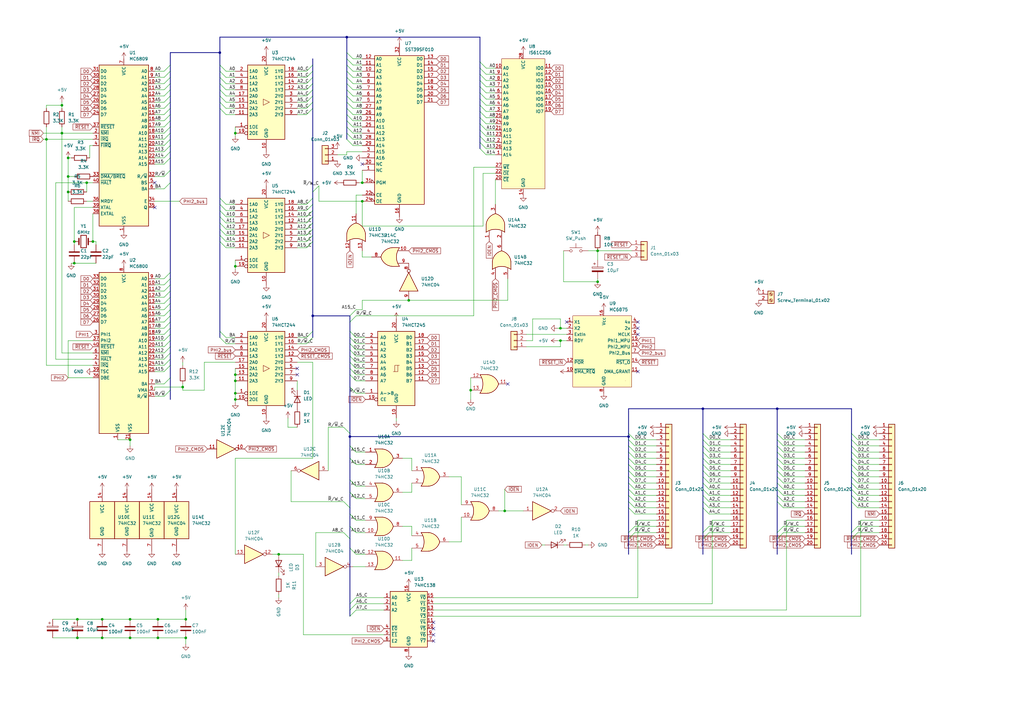
<source format=kicad_sch>
(kicad_sch (version 20231120) (generator "eeschema") (generator_version "8.0")
  (paper "A3")
  (junction (at 64.77 261.62))
  (junction (at 19.05 57.15))
  (junction (at 53.34 261.62))
  (junction (at 96.52 161.29))
  (junction (at 229.87 134.62))
  (junction (at 35.56 74.93))
  (junction (at 31.75 261.62))
  (junction (at 148.59 74.93))
  (junction (at 143.51 179.07))
  (junction (at 167.64 123.19))
  (junction (at 245.11 115.57))
  (junction (at 193.04 160.02))
  (junction (at 207.01 209.55))
  (junction (at 25.4 54.61))
  (junction (at 96.52 153.67))
  (junction (at 318.77 167.64))
  (junction (at 27.94 64.77))
  (junction (at 76.2 254))
  (junction (at 114.3 227.33))
  (junction (at 148.59 82.55))
  (junction (at 76.2 261.62))
  (junction (at 245.11 102.87))
  (junction (at 30.48 107.95))
  (junction (at 64.77 254))
  (junction (at 31.75 254))
  (junction (at 74.93 158.75))
  (junction (at 96.52 54.61))
  (junction (at 288.29 167.64))
  (junction (at 41.91 261.62))
  (junction (at 38.1 99.06))
  (junction (at 27.94 72.39))
  (junction (at 257.81 179.07))
  (junction (at 142.24 15.24))
  (junction (at 90.17 21.59))
  (junction (at 229.87 139.7))
  (junction (at 30.48 99.06))
  (junction (at 96.52 163.83))
  (junction (at 41.91 254))
  (junction (at 128.27 129.54))
  (junction (at 96.52 109.22))
  (junction (at 53.34 180.34))
  (junction (at 25.4 43.18))
  (junction (at 27.94 78.74))
  (junction (at 53.34 254))
  (junction (at 96.52 156.21))
  (no_connect (at 261.62 134.62))
  (no_connect (at 177.8 257.81))
  (no_connect (at 121.92 153.67))
  (no_connect (at 177.8 255.27))
  (no_connect (at 232.41 132.08))
  (no_connect (at 208.28 157.48))
  (no_connect (at 148.59 67.31))
  (no_connect (at 261.62 132.08))
  (no_connect (at 261.62 152.4))
  (no_connect (at 121.92 151.13))
  (no_connect (at 63.5 74.93))
  (no_connect (at 177.8 262.89))
  (no_connect (at 261.62 137.16))
  (no_connect (at 63.5 85.09))
  (no_connect (at 177.8 260.35))
  (bus_entry (at 290.83 185.42) (size -2.54 -2.54))
  (bus_entry (at 67.31 139.7) (size 2.54 -2.54))
  (bus_entry (at 144.78 34.29) (size -2.54 -2.54))
  (bus_entry (at 67.31 59.69) (size 2.54 -2.54))
  (bus_entry (at 67.31 31.75) (size 2.54 -2.54))
  (bus_entry (at 125.73 46.99) (size 2.54 -2.54))
  (bus_entry (at 290.83 198.12) (size -2.54 -2.54))
  (bus_entry (at 125.73 83.82) (size 2.54 -2.54))
  (bus_entry (at 290.83 190.5) (size -2.54 -2.54))
  (bus_entry (at 146.05 199.39) (size -2.54 -2.54))
  (bus_entry (at 67.31 46.99) (size 2.54 -2.54))
  (bus_entry (at 67.31 44.45) (size 2.54 -2.54))
  (bus_entry (at 67.31 152.4) (size 2.54 -2.54))
  (bus_entry (at 92.71 86.36) (size -2.54 -2.54))
  (bus_entry (at 260.35 182.88) (size -2.54 -2.54))
  (bus_entry (at 199.39 48.26) (size -2.54 -2.54))
  (bus_entry (at 199.39 43.18) (size -2.54 -2.54))
  (bus_entry (at 92.71 91.44) (size -2.54 -2.54))
  (bus_entry (at 199.39 33.02) (size -2.54 -2.54))
  (bus_entry (at 260.35 180.34) (size -2.54 -2.54))
  (bus_entry (at 146.05 161.29) (size -2.54 -2.54))
  (bus_entry (at 125.73 39.37) (size 2.54 -2.54))
  (bus_entry (at 144.78 44.45) (size -2.54 -2.54))
  (bus_entry (at 144.78 46.99) (size -2.54 -2.54))
  (bus_entry (at 92.71 29.21) (size -2.54 -2.54))
  (bus_entry (at 125.73 34.29) (size 2.54 -2.54))
  (bus_entry (at 351.79 182.88) (size -2.54 -2.54))
  (bus_entry (at 92.71 83.82) (size -2.54 -2.54))
  (bus_entry (at 67.31 149.86) (size 2.54 -2.54))
  (bus_entry (at 67.31 144.78) (size 2.54 -2.54))
  (bus_entry (at 199.39 53.34) (size -2.54 -2.54))
  (bus_entry (at 318.77 218.44) (size 2.54 -2.54))
  (bus_entry (at 92.71 93.98) (size -2.54 -2.54))
  (bus_entry (at 67.31 114.3) (size 2.54 -2.54))
  (bus_entry (at 146.05 213.36) (size -2.54 -2.54))
  (bus_entry (at 143.51 132.08) (size 2.54 -2.54))
  (bus_entry (at 67.31 129.54) (size 2.54 -2.54))
  (bus_entry (at 144.78 24.13) (size -2.54 -2.54))
  (bus_entry (at 146.05 151.13) (size -2.54 -2.54))
  (bus_entry (at 144.78 52.07) (size -2.54 -2.54))
  (bus_entry (at 321.31 195.58) (size -2.54 -2.54))
  (bus_entry (at 290.83 205.74) (size -2.54 -2.54))
  (bus_entry (at 146.05 140.97) (size -2.54 -2.54))
  (bus_entry (at 257.81 220.98) (size 2.54 -2.54))
  (bus_entry (at 92.71 36.83) (size -2.54 -2.54))
  (bus_entry (at 290.83 208.28) (size -2.54 -2.54))
  (bus_entry (at 199.39 60.96) (size -2.54 -2.54))
  (bus_entry (at 125.73 101.6) (size 2.54 -2.54))
  (bus_entry (at 290.83 180.34) (size -2.54 -2.54))
  (bus_entry (at 146.05 138.43) (size -2.54 -2.54))
  (bus_entry (at 67.31 142.24) (size 2.54 -2.54))
  (bus_entry (at 67.31 36.83) (size 2.54 -2.54))
  (bus_entry (at 92.71 31.75) (size -2.54 -2.54))
  (bus_entry (at 67.31 64.77) (size 2.54 -2.54))
  (bus_entry (at 92.71 39.37) (size -2.54 -2.54))
  (bus_entry (at 144.78 57.15) (size -2.54 -2.54))
  (bus_entry (at 67.31 54.61) (size 2.54 -2.54))
  (bus_entry (at 67.31 34.29) (size 2.54 -2.54))
  (bus_entry (at 67.31 127) (size 2.54 -2.54))
  (bus_entry (at 318.77 220.98) (size 2.54 -2.54))
  (bus_entry (at 199.39 55.88) (size -2.54 -2.54))
  (bus_entry (at 321.31 185.42) (size -2.54 -2.54))
  (bus_entry (at 67.31 162.56) (size 2.54 -2.54))
  (bus_entry (at 321.31 198.12) (size -2.54 -2.54))
  (bus_entry (at 125.73 29.21) (size 2.54 -2.54))
  (bus_entry (at 290.83 200.66) (size -2.54 -2.54))
  (bus_entry (at 67.31 132.08) (size 2.54 -2.54))
  (bus_entry (at 125.73 96.52) (size 2.54 -2.54))
  (bus_entry (at 67.31 116.84) (size 2.54 -2.54))
  (bus_entry (at 67.31 121.92) (size 2.54 -2.54))
  (bus_entry (at 143.51 208.28) (size -2.54 -2.54))
  (bus_entry (at 260.35 203.2) (size -2.54 -2.54))
  (bus_entry (at 67.31 49.53) (size 2.54 -2.54))
  (bus_entry (at 67.31 77.47) (size 2.54 -2.54))
  (bus_entry (at 92.71 96.52) (size -2.54 -2.54))
  (bus_entry (at 67.31 157.48) (size 2.54 -2.54))
  (bus_entry (at 351.79 193.04) (size -2.54 -2.54))
  (bus_entry (at 67.31 119.38) (size 2.54 -2.54))
  (bus_entry (at 199.39 30.48) (size -2.54 -2.54))
  (bus_entry (at 290.83 187.96) (size -2.54 -2.54))
  (bus_entry (at 146.05 153.67) (size -2.54 -2.54))
  (bus_entry (at 92.71 101.6) (size -2.54 -2.54))
  (bus_entry (at 146.05 204.47) (size -2.54 -2.54))
  (bus_entry (at 125.73 138.43) (size 2.54 -2.54))
  (bus_entry (at 143.51 247.65) (size 2.54 -2.54))
  (bus_entry (at 288.29 220.98) (size 2.54 -2.54))
  (bus_entry (at 290.83 193.04) (size -2.54 -2.54))
  (bus_entry (at 144.78 41.91) (size -2.54 -2.54))
  (bus_entry (at 67.31 137.16) (size 2.54 -2.54))
  (bus_entry (at 290.83 210.82) (size -2.54 -2.54))
  (bus_entry (at 321.31 203.2) (size -2.54 -2.54))
  (bus_entry (at 321.31 180.34) (size -2.54 -2.54))
  (bus_entry (at 125.73 36.83) (size 2.54 -2.54))
  (bus_entry (at 146.05 148.59) (size -2.54 -2.54))
  (bus_entry (at 351.79 205.74) (size -2.54 -2.54))
  (bus_entry (at 125.73 93.98) (size 2.54 -2.54))
  (bus_entry (at 260.35 195.58) (size -2.54 -2.54))
  (bus_entry (at 146.05 143.51) (size -2.54 -2.54))
  (bus_entry (at 349.25 218.44) (size 2.54 -2.54))
  (bus_entry (at 92.71 88.9) (size -2.54 -2.54))
  (bus_entry (at 349.25 220.98) (size 2.54 -2.54))
  (bus_entry (at 143.51 252.73) (size 2.54 -2.54))
  (bus_entry (at 92.71 138.43) (size -2.54 -2.54))
  (bus_entry (at 321.31 187.96) (size -2.54 -2.54))
  (bus_entry (at 144.78 26.67) (size -2.54 -2.54))
  (bus_entry (at 125.73 41.91) (size 2.54 -2.54))
  (bus_entry (at 67.31 134.62) (size 2.54 -2.54))
  (bus_entry (at 260.35 208.28) (size -2.54 -2.54))
  (bus_entry (at 67.31 147.32) (size 2.54 -2.54))
  (bus_entry (at 144.78 59.69) (size -2.54 -2.54))
  (bus_entry (at 92.71 34.29) (size -2.54 -2.54))
  (bus_entry (at 144.78 29.21) (size -2.54 -2.54))
  (bus_entry (at 144.78 49.53) (size -2.54 -2.54))
  (bus_entry (at 351.79 200.66) (size -2.54 -2.54))
  (bus_entry (at 260.35 187.96) (size -2.54 -2.54))
  (bus_entry (at 146.05 227.33) (size -2.54 -2.54))
  (bus_entry (at 144.78 31.75) (size -2.54 -2.54))
  (bus_entry (at 146.05 146.05) (size -2.54 -2.54))
  (bus_entry (at 67.31 39.37) (size 2.54 -2.54))
  (bus_entry (at 260.35 205.74) (size -2.54 -2.54))
  (bus_entry (at 260.35 200.66) (size -2.54 -2.54))
  (bus_entry (at 351.79 185.42) (size -2.54 -2.54))
  (bus_entry (at 260.35 185.42) (size -2.54 -2.54))
  (bus_entry (at 125.73 86.36) (size 2.54 -2.54))
  (bus_entry (at 351.79 190.5) (size -2.54 -2.54))
  (bus_entry (at 67.31 124.46) (size 2.54 -2.54))
  (bus_entry (at 125.73 44.45) (size 2.54 -2.54))
  (bus_entry (at 143.51 250.19) (size 2.54 -2.54))
  (bus_entry (at 125.73 88.9) (size 2.54 -2.54))
  (bus_entry (at 144.78 54.61) (size -2.54 -2.54))
  (bus_entry (at 144.78 36.83) (size -2.54 -2.54))
  (bus_entry (at 146.05 185.42) (size -2.54 -2.54))
  (bus_entry (at 351.79 198.12) (size -2.54 -2.54))
  (bus_entry (at 199.39 38.1) (size -2.54 -2.54))
  (bus_entry (at 67.31 29.21) (size 2.54 -2.54))
  (bus_entry (at 321.31 182.88) (size -2.54 -2.54))
  (bus_entry (at 260.35 193.04) (size -2.54 -2.54))
  (bus_entry (at 288.29 218.44) (size 2.54 -2.54))
  (bus_entry (at 260.35 210.82) (size -2.54 -2.54))
  (bus_entry (at 199.39 45.72) (size -2.54 -2.54))
  (bus_entry (at 199.39 40.64) (size -2.54 -2.54))
  (bus_entry (at 92.71 99.06) (size -2.54 -2.54))
  (bus_entry (at 321.31 208.28) (size -2.54 -2.54))
  (bus_entry (at 67.31 57.15) (size 2.54 -2.54))
  (bus_entry (at 92.71 140.97) (size -2.54 -2.54))
  (bus_entry (at 351.79 195.58) (size -2.54 -2.54))
  (bus_entry (at 321.31 190.5) (size -2.54 -2.54))
  (bus_entry (at 67.31 41.91) (size 2.54 -2.54))
  (bus_entry (at 143.51 129.54) (size 2.54 -2.54))
  (bus_entry (at 67.31 72.39) (size 2.54 -2.54))
  (bus_entry (at 321.31 205.74) (size -2.54 -2.54))
  (bus_entry (at 199.39 50.8) (size -2.54 -2.54))
  (bus_entry (at 351.79 208.28) (size -2.54 -2.54))
  (bus_entry (at 125.73 91.44) (size 2.54 -2.54))
  (bus_entry (at 351.79 187.96) (size -2.54 -2.54))
  (bus_entry (at 351.79 203.2) (size -2.54 -2.54))
  (bus_entry (at 290.83 203.2) (size -2.54 -2.54))
  (bus_entry (at 125.73 99.06) (size 2.54 -2.54))
  (bus_entry (at 260.35 198.12) (size -2.54 -2.54))
  (bus_entry (at 67.31 67.31) (size 2.54 -2.54))
  (bus_entry (at 351.79 180.34) (size -2.54 -2.54))
  (bus_entry (at 290.83 195.58) (size -2.54 -2.54))
  (bus_entry (at 92.71 41.91) (size -2.54 -2.54))
  (bus_entry (at 146.05 156.21) (size -2.54 -2.54))
  (bus_entry (at 146.05 190.5) (size -2.54 -2.54))
  (bus_entry (at 199.39 58.42) (size -2.54 -2.54))
  (bus_entry (at 146.05 218.44) (size -2.54 -2.54))
  (bus_entry (at 125.73 140.97) (size 2.54 -2.54))
  (bus_entry (at 321.31 193.04) (size -2.54 -2.54))
  (bus_entry (at 199.39 35.56) (size -2.54 -2.54))
  (bus_entry (at 143.51 220.98) (size -2.54 -2.54))
  (bus_entry (at 92.71 46.99) (size -2.54 -2.54))
  (bus_entry (at 199.39 63.5) (size -2.54 -2.54))
  (bus_entry (at 143.51 177.8) (size -2.54 -2.54))
  (bus_entry (at 257.81 218.44) (size 2.54 -2.54))
  (bus_entry (at 260.35 190.5) (size -2.54 -2.54))
  (bus_entry (at 128.27 78.74) (size 2.54 -2.54))
  (bus_entry (at 67.31 62.23) (size 2.54 -2.54))
  (bus_entry (at 144.78 39.37) (size -2.54 -2.54))
  (bus_entry (at 321.31 200.66) (size -2.54 -2.54))
  (bus_entry (at 125.73 31.75) (size 2.54 -2.54))
  (bus_entry (at 67.31 52.07) (size 2.54 -2.54))
  (bus_entry (at 92.71 44.45) (size -2.54 -2.54))
  (bus_entry (at 199.39 27.94) (size -2.54 -2.54))
  (bus_entry (at 290.83 182.88) (size -2.54 -2.54))
  (bus (pts (xy 349.25 193.04) (xy 349.25 195.58)))
  (bus (pts (xy 257.81 185.42) (xy 257.81 187.96)))
  (bus (pts (xy 90.17 44.45) (xy 90.17 81.28)))
  (bus (pts (xy 90.17 88.9) (xy 90.17 91.44)))
  (wire (pts (xy 96.52 153.67) (xy 96.52 156.21)))
  (wire (pts (xy 19.05 57.15) (xy 38.1 57.15)))
  (bus (pts (xy 90.17 96.52) (xy 90.17 99.06)))
  (bus (pts (xy 288.29 198.12) (xy 288.29 200.66)))
  (wire (pts (xy 121.92 156.21) (xy 121.92 160.02)))
  (bus (pts (xy 318.77 198.12) (xy 318.77 200.66)))
  (bus (pts (xy 288.29 185.42) (xy 288.29 187.96)))
  (wire (pts (xy 140.97 218.44) (xy 129.54 218.44)))
  (wire (pts (xy 140.97 175.26) (xy 134.62 175.26)))
  (bus (pts (xy 69.85 139.7) (xy 69.85 137.16)))
  (bus (pts (xy 318.77 190.5) (xy 318.77 193.04)))
  (wire (pts (xy 165.1 215.9) (xy 168.91 215.9)))
  (wire (pts (xy 63.5 67.31) (xy 67.31 67.31)))
  (wire (pts (xy 260.35 190.5) (xy 269.24 190.5)))
  (bus (pts (xy 257.81 200.66) (xy 257.81 203.2)))
  (wire (pts (xy 92.71 34.29) (xy 96.52 34.29)))
  (bus (pts (xy 318.77 218.44) (xy 318.77 220.98)))
  (wire (pts (xy 292.1 247.65) (xy 177.8 247.65)))
  (wire (pts (xy 22.86 147.32) (xy 38.1 147.32)))
  (bus (pts (xy 69.85 69.85) (xy 69.85 64.77)))
  (bus (pts (xy 90.17 34.29) (xy 90.17 36.83)))
  (wire (pts (xy 96.52 151.13) (xy 96.52 153.67)))
  (bus (pts (xy 288.29 208.28) (xy 288.29 218.44)))
  (bus (pts (xy 69.85 134.62) (xy 69.85 132.08)))
  (wire (pts (xy 353.06 213.36) (xy 353.06 252.73)))
  (bus (pts (xy 143.51 158.75) (xy 143.51 153.67)))
  (wire (pts (xy 39.37 99.06) (xy 38.1 99.06)))
  (wire (pts (xy 121.92 88.9) (xy 125.73 88.9)))
  (bus (pts (xy 128.27 29.21) (xy 128.27 31.75)))
  (bus (pts (xy 318.77 167.64) (xy 349.25 167.64)))
  (wire (pts (xy 168.91 215.9) (xy 168.91 219.71)))
  (wire (pts (xy 96.52 109.22) (xy 96.52 110.49)))
  (wire (pts (xy 128.27 187.96) (xy 96.52 187.96)))
  (wire (pts (xy 199.39 27.94) (xy 203.2 27.94)))
  (bus (pts (xy 142.24 46.99) (xy 142.24 49.53)))
  (wire (pts (xy 38.1 154.94) (xy 27.94 154.94)))
  (bus (pts (xy 69.85 163.83) (xy 69.85 160.02)))
  (wire (pts (xy 269.24 213.36) (xy 261.62 213.36)))
  (wire (pts (xy 321.31 203.2) (xy 330.2 203.2)))
  (wire (pts (xy 96.52 106.68) (xy 96.52 109.22)))
  (wire (pts (xy 63.5 64.77) (xy 67.31 64.77)))
  (bus (pts (xy 128.27 78.74) (xy 128.27 81.28)))
  (wire (pts (xy 199.39 58.42) (xy 203.2 58.42)))
  (wire (pts (xy 92.71 138.43) (xy 96.52 138.43)))
  (bus (pts (xy 69.85 121.92) (xy 69.85 119.38)))
  (wire (pts (xy 92.71 88.9) (xy 96.52 88.9)))
  (wire (pts (xy 30.48 72.39) (xy 27.94 72.39)))
  (wire (pts (xy 146.05 153.67) (xy 149.86 153.67)))
  (bus (pts (xy 69.85 21.59) (xy 90.17 21.59)))
  (wire (pts (xy 76.2 254) (xy 64.77 254)))
  (bus (pts (xy 69.85 34.29) (xy 69.85 31.75)))
  (wire (pts (xy 184.15 195.58) (xy 189.23 195.58)))
  (bus (pts (xy 142.24 36.83) (xy 142.24 39.37)))
  (wire (pts (xy 148.59 127) (xy 146.05 127)))
  (bus (pts (xy 288.29 182.88) (xy 288.29 185.42)))
  (bus (pts (xy 69.85 31.75) (xy 69.85 29.21)))
  (wire (pts (xy 96.52 52.07) (xy 96.52 54.61)))
  (bus (pts (xy 142.24 52.07) (xy 142.24 54.61)))
  (wire (pts (xy 48.26 180.34) (xy 53.34 180.34)))
  (bus (pts (xy 143.51 151.13) (xy 143.51 148.59)))
  (bus (pts (xy 143.51 129.54) (xy 128.27 129.54)))
  (bus (pts (xy 143.51 138.43) (xy 143.51 135.89)))
  (wire (pts (xy 321.31 198.12) (xy 330.2 198.12)))
  (bus (pts (xy 257.81 190.5) (xy 257.81 193.04)))
  (wire (pts (xy 260.35 182.88) (xy 269.24 182.88)))
  (bus (pts (xy 349.25 180.34) (xy 349.25 182.88)))
  (wire (pts (xy 19.05 43.18) (xy 25.4 43.18)))
  (wire (pts (xy 19.05 52.07) (xy 19.05 57.15)))
  (bus (pts (xy 288.29 195.58) (xy 288.29 198.12)))
  (bus (pts (xy 128.27 44.45) (xy 128.27 78.74)))
  (wire (pts (xy 53.34 180.34) (xy 53.34 182.88)))
  (wire (pts (xy 64.77 261.62) (xy 53.34 261.62)))
  (wire (pts (xy 121.92 140.97) (xy 125.73 140.97)))
  (bus (pts (xy 196.85 35.56) (xy 196.85 38.1)))
  (wire (pts (xy 144.78 54.61) (xy 148.59 54.61)))
  (wire (pts (xy 351.79 208.28) (xy 360.68 208.28)))
  (wire (pts (xy 63.5 31.75) (xy 67.31 31.75)))
  (wire (pts (xy 36.83 59.69) (xy 36.83 64.77)))
  (bus (pts (xy 90.17 15.24) (xy 142.24 15.24)))
  (wire (pts (xy 322.58 213.36) (xy 322.58 250.19)))
  (wire (pts (xy 121.92 83.82) (xy 125.73 83.82)))
  (wire (pts (xy 27.94 78.74) (xy 27.94 82.55)))
  (bus (pts (xy 196.85 30.48) (xy 196.85 33.02)))
  (wire (pts (xy 351.79 187.96) (xy 360.68 187.96)))
  (bus (pts (xy 69.85 154.94) (xy 69.85 149.86)))
  (bus (pts (xy 196.85 55.88) (xy 196.85 58.42)))
  (wire (pts (xy 121.92 96.52) (xy 125.73 96.52)))
  (bus (pts (xy 143.51 153.67) (xy 143.51 151.13)))
  (wire (pts (xy 38.1 87.63) (xy 38.1 99.06)))
  (bus (pts (xy 69.85 29.21) (xy 69.85 26.67)))
  (wire (pts (xy 114.3 234.95) (xy 114.3 236.22)))
  (wire (pts (xy 25.4 54.61) (xy 25.4 52.07)))
  (wire (pts (xy 92.71 36.83) (xy 96.52 36.83)))
  (wire (pts (xy 260.35 198.12) (xy 269.24 198.12)))
  (bus (pts (xy 69.85 59.69) (xy 69.85 57.15)))
  (bus (pts (xy 69.85 114.3) (xy 69.85 111.76)))
  (wire (pts (xy 121.92 31.75) (xy 125.73 31.75)))
  (bus (pts (xy 69.85 44.45) (xy 69.85 41.91)))
  (bus (pts (xy 143.51 210.82) (xy 143.51 215.9)))
  (wire (pts (xy 92.71 44.45) (xy 96.52 44.45)))
  (bus (pts (xy 196.85 48.26) (xy 196.85 50.8)))
  (wire (pts (xy 241.3 102.87) (xy 245.11 102.87)))
  (wire (pts (xy 189.23 195.58) (xy 189.23 207.01)))
  (wire (pts (xy 290.83 203.2) (xy 299.72 203.2)))
  (wire (pts (xy 142.24 62.23) (xy 142.24 63.5)))
  (bus (pts (xy 196.85 43.18) (xy 196.85 45.72)))
  (wire (pts (xy 92.71 29.21) (xy 96.52 29.21)))
  (bus (pts (xy 257.81 218.44) (xy 257.81 220.98)))
  (wire (pts (xy 96.52 156.21) (xy 96.52 161.29)))
  (bus (pts (xy 128.27 88.9) (xy 128.27 91.44)))
  (bus (pts (xy 196.85 25.4) (xy 196.85 15.24)))
  (wire (pts (xy 351.79 180.34) (xy 360.68 180.34)))
  (bus (pts (xy 128.27 86.36) (xy 128.27 88.9)))
  (wire (pts (xy 63.5 149.86) (xy 67.31 149.86)))
  (wire (pts (xy 146.05 156.21) (xy 149.86 156.21)))
  (bus (pts (xy 90.17 26.67) (xy 90.17 29.21)))
  (wire (pts (xy 19.05 149.86) (xy 19.05 57.15)))
  (bus (pts (xy 196.85 40.64) (xy 196.85 43.18)))
  (wire (pts (xy 148.59 102.87) (xy 148.59 105.41)))
  (wire (pts (xy 157.48 260.35) (xy 124.46 260.35)))
  (wire (pts (xy 292.1 213.36) (xy 292.1 247.65)))
  (wire (pts (xy 299.72 213.36) (xy 292.1 213.36)))
  (wire (pts (xy 111.76 227.33) (xy 114.3 227.33)))
  (wire (pts (xy 351.79 185.42) (xy 360.68 185.42)))
  (wire (pts (xy 76.2 250.19) (xy 76.2 254)))
  (wire (pts (xy 17.78 57.15) (xy 19.05 57.15)))
  (bus (pts (xy 349.25 167.64) (xy 349.25 177.8)))
  (wire (pts (xy 22.86 74.93) (xy 22.86 147.32)))
  (bus (pts (xy 143.51 201.93) (xy 143.51 208.28)))
  (bus (pts (xy 90.17 99.06) (xy 90.17 135.89)))
  (bus (pts (xy 69.85 111.76) (xy 69.85 74.93)))
  (wire (pts (xy 222.25 223.52) (xy 223.52 223.52)))
  (bus (pts (xy 196.85 45.72) (xy 196.85 48.26)))
  (wire (pts (xy 229.87 134.62) (xy 232.41 134.62)))
  (bus (pts (xy 143.51 247.65) (xy 143.51 250.19)))
  (wire (pts (xy 38.1 85.09) (xy 30.48 85.09)))
  (bus (pts (xy 318.77 205.74) (xy 318.77 218.44)))
  (wire (pts (xy 30.48 107.95) (xy 39.37 107.95)))
  (bus (pts (xy 69.85 36.83) (xy 69.85 34.29)))
  (wire (pts (xy 63.5 160.02) (xy 63.5 158.75)))
  (wire (pts (xy 63.5 39.37) (xy 67.31 39.37)))
  (bus (pts (xy 143.51 250.19) (xy 143.51 252.73)))
  (wire (pts (xy 118.11 175.26) (xy 121.92 175.26)))
  (wire (pts (xy 63.5 129.54) (xy 67.31 129.54)))
  (wire (pts (xy 35.56 74.93) (xy 35.56 78.74)))
  (bus (pts (xy 196.85 58.42) (xy 196.85 60.96)))
  (bus (pts (xy 90.17 83.82) (xy 90.17 86.36)))
  (bus (pts (xy 257.81 187.96) (xy 257.81 190.5)))
  (bus (pts (xy 90.17 39.37) (xy 90.17 41.91)))
  (wire (pts (xy 290.83 190.5) (xy 299.72 190.5)))
  (wire (pts (xy 146.05 87.63) (xy 146.05 80.01)))
  (wire (pts (xy 199.39 63.5) (xy 203.2 63.5)))
  (wire (pts (xy 146.05 146.05) (xy 149.86 146.05)))
  (bus (pts (xy 196.85 50.8) (xy 196.85 53.34)))
  (wire (pts (xy 290.83 218.44) (xy 299.72 218.44)))
  (wire (pts (xy 121.92 148.59) (xy 128.27 148.59)))
  (bus (pts (xy 143.51 182.88) (xy 143.51 187.96)))
  (bus (pts (xy 257.81 198.12) (xy 257.81 200.66)))
  (wire (pts (xy 63.5 46.99) (xy 67.31 46.99)))
  (wire (pts (xy 53.34 261.62) (xy 41.91 261.62)))
  (wire (pts (xy 228.6 134.62) (xy 229.87 134.62)))
  (wire (pts (xy 53.34 254) (xy 41.91 254)))
  (bus (pts (xy 143.51 146.05) (xy 143.51 143.51)))
  (wire (pts (xy 321.31 200.66) (xy 330.2 200.66)))
  (wire (pts (xy 199.39 40.64) (xy 203.2 40.64)))
  (bus (pts (xy 196.85 15.24) (xy 142.24 15.24)))
  (wire (pts (xy 63.5 62.23) (xy 67.31 62.23)))
  (wire (pts (xy 165.1 229.87) (xy 168.91 229.87)))
  (wire (pts (xy 290.83 205.74) (xy 299.72 205.74)))
  (wire (pts (xy 261.62 213.36) (xy 261.62 245.11)))
  (wire (pts (xy 27.94 72.39) (xy 27.94 64.77)))
  (wire (pts (xy 27.94 72.39) (xy 27.94 78.74)))
  (wire (pts (xy 290.83 198.12) (xy 299.72 198.12)))
  (bus (pts (xy 257.81 195.58) (xy 257.81 198.12)))
  (wire (pts (xy 207.01 209.55) (xy 207.01 200.66)))
  (wire (pts (xy 63.5 127) (xy 67.31 127)))
  (bus (pts (xy 288.29 203.2) (xy 288.29 205.74)))
  (wire (pts (xy 92.71 93.98) (xy 96.52 93.98)))
  (wire (pts (xy 31.75 254) (xy 41.91 254)))
  (wire (pts (xy 25.4 41.91) (xy 25.4 43.18)))
  (wire (pts (xy 144.78 26.67) (xy 148.59 26.67)))
  (wire (pts (xy 199.39 43.18) (xy 203.2 43.18)))
  (bus (pts (xy 288.29 190.5) (xy 288.29 193.04)))
  (wire (pts (xy 148.59 92.71) (xy 148.59 82.55)))
  (bus (pts (xy 142.24 15.24) (xy 142.24 21.59)))
  (bus (pts (xy 128.27 24.13) (xy 128.27 26.67)))
  (bus (pts (xy 196.85 25.4) (xy 196.85 27.94)))
  (wire (pts (xy 119.38 193.04) (xy 119.38 205.74)))
  (bus (pts (xy 349.25 220.98) (xy 349.25 227.33)))
  (wire (pts (xy 351.79 200.66) (xy 360.68 200.66)))
  (bus (pts (xy 90.17 21.59) (xy 90.17 26.67)))
  (bus (pts (xy 318.77 167.64) (xy 318.77 177.8)))
  (wire (pts (xy 321.31 205.74) (xy 330.2 205.74)))
  (wire (pts (xy 199.39 50.8) (xy 203.2 50.8)))
  (bus (pts (xy 257.81 167.64) (xy 288.29 167.64)))
  (wire (pts (xy 218.44 130.81) (xy 229.87 130.81)))
  (wire (pts (xy 63.5 119.38) (xy 67.31 119.38)))
  (wire (pts (xy 142.24 63.5) (xy 138.43 63.5)))
  (wire (pts (xy 63.5 77.47) (xy 67.31 77.47)))
  (bus (pts (xy 318.77 185.42) (xy 318.77 187.96)))
  (bus (pts (xy 288.29 220.98) (xy 288.29 227.33)))
  (bus (pts (xy 142.24 44.45) (xy 142.24 46.99)))
  (bus (pts (xy 349.25 190.5) (xy 349.25 193.04)))
  (bus (pts (xy 128.27 99.06) (xy 128.27 129.54)))
  (wire (pts (xy 63.5 57.15) (xy 67.31 57.15)))
  (wire (pts (xy 63.5 29.21) (xy 67.31 29.21)))
  (wire (pts (xy 260.35 180.34) (xy 269.24 180.34)))
  (bus (pts (xy 288.29 218.44) (xy 288.29 220.98)))
  (wire (pts (xy 74.93 148.59) (xy 74.93 149.86)))
  (wire (pts (xy 198.12 92.71) (xy 148.59 92.71)))
  (wire (pts (xy 203.2 71.12) (xy 198.12 71.12)))
  (wire (pts (xy 321.31 218.44) (xy 330.2 218.44)))
  (wire (pts (xy 64.77 254) (xy 53.34 254)))
  (bus (pts (xy 69.85 124.46) (xy 69.85 121.92)))
  (wire (pts (xy 118.11 171.45) (xy 118.11 175.26)))
  (wire (pts (xy 215.9 137.16) (xy 232.41 137.16)))
  (wire (pts (xy 199.39 55.88) (xy 203.2 55.88)))
  (wire (pts (xy 199.39 48.26) (xy 203.2 48.26)))
  (bus (pts (xy 196.85 53.34) (xy 196.85 55.88)))
  (wire (pts (xy 121.92 46.99) (xy 125.73 46.99)))
  (wire (pts (xy 146.05 190.5) (xy 149.86 190.5)))
  (wire (pts (xy 199.39 33.02) (xy 203.2 33.02)))
  (bus (pts (xy 257.81 180.34) (xy 257.81 182.88)))
  (wire (pts (xy 92.71 41.91) (xy 96.52 41.91)))
  (wire (pts (xy 260.35 205.74) (xy 269.24 205.74)))
  (wire (pts (xy 330.2 213.36) (xy 322.58 213.36)))
  (wire (pts (xy 148.59 123.19) (xy 167.64 123.19)))
  (wire (pts (xy 199.39 35.56) (xy 203.2 35.56)))
  (wire (pts (xy 260.35 210.82) (xy 269.24 210.82)))
  (bus (pts (xy 90.17 91.44) (xy 90.17 93.98)))
  (wire (pts (xy 146.05 227.33) (xy 149.86 227.33)))
  (wire (pts (xy 144.78 34.29) (xy 148.59 34.29)))
  (bus (pts (xy 128.27 96.52) (xy 128.27 99.06)))
  (wire (pts (xy 144.78 24.13) (xy 148.59 24.13)))
  (wire (pts (xy 30.48 99.06) (xy 30.48 100.33)))
  (bus (pts (xy 143.51 215.9) (xy 143.51 220.98)))
  (wire (pts (xy 21.59 261.62) (xy 31.75 261.62)))
  (wire (pts (xy 83.82 160.02) (xy 74.93 160.02)))
  (wire (pts (xy 290.83 180.34) (xy 299.72 180.34)))
  (wire (pts (xy 63.5 52.07) (xy 67.31 52.07)))
  (wire (pts (xy 290.83 185.42) (xy 299.72 185.42)))
  (wire (pts (xy 204.47 209.55) (xy 207.01 209.55)))
  (wire (pts (xy 245.11 115.57) (xy 245.11 114.3)))
  (wire (pts (xy 199.39 60.96) (xy 203.2 60.96)))
  (wire (pts (xy 146.05 148.59) (xy 149.86 148.59)))
  (wire (pts (xy 146.05 247.65) (xy 157.48 247.65)))
  (bus (pts (xy 69.85 137.16) (xy 69.85 134.62)))
  (wire (pts (xy 27.94 64.77) (xy 29.21 64.77)))
  (wire (pts (xy 63.5 36.83) (xy 67.31 36.83)))
  (wire (pts (xy 203.2 73.66) (xy 203.2 83.82)))
  (bus (pts (xy 128.27 39.37) (xy 128.27 41.91)))
  (wire (pts (xy 146.05 161.29) (xy 149.86 161.29)))
  (wire (pts (xy 148.59 105.41) (xy 152.4 105.41)))
  (wire (pts (xy 25.4 43.18) (xy 25.4 44.45)))
  (wire (pts (xy 63.5 49.53) (xy 67.31 49.53)))
  (bus (pts (xy 318.77 203.2) (xy 318.77 205.74)))
  (wire (pts (xy 63.5 137.16) (xy 67.31 137.16)))
  (bus (pts (xy 69.85 116.84) (xy 69.85 114.3)))
  (wire (pts (xy 96.52 161.29) (xy 96.52 163.83)))
  (bus (pts (xy 69.85 129.54) (xy 69.85 127)))
  (bus (pts (xy 288.29 167.64) (xy 318.77 167.64)))
  (wire (pts (xy 121.92 91.44) (xy 125.73 91.44)))
  (bus (pts (xy 288.29 200.66) (xy 288.29 203.2)))
  (bus (pts (xy 142.24 54.61) (xy 142.24 57.15)))
  (wire (pts (xy 38.1 74.93) (xy 35.56 74.93)))
  (bus (pts (xy 349.25 177.8) (xy 349.25 180.34)))
  (bus (pts (xy 142.24 41.91) (xy 142.24 44.45)))
  (bus (pts (xy 143.51 196.85) (xy 143.51 201.93)))
  (wire (pts (xy 168.91 187.96) (xy 168.91 193.04)))
  (wire (pts (xy 261.62 245.11) (xy 177.8 245.11)))
  (wire (pts (xy 121.92 99.06) (xy 125.73 99.06)))
  (wire (pts (xy 351.79 193.04) (xy 360.68 193.04)))
  (bus (pts (xy 318.77 180.34) (xy 318.77 182.88)))
  (bus (pts (xy 142.24 29.21) (xy 142.24 31.75)))
  (bus (pts (xy 128.27 129.54) (xy 128.27 135.89)))
  (wire (pts (xy 260.35 200.66) (xy 269.24 200.66)))
  (wire (pts (xy 92.71 39.37) (xy 96.52 39.37)))
  (wire (pts (xy 96.52 148.59) (xy 83.82 148.59)))
  (wire (pts (xy 96.52 54.61) (xy 96.52 55.88)))
  (wire (pts (xy 63.5 34.29) (xy 67.31 34.29)))
  (wire (pts (xy 63.5 162.56) (xy 67.31 162.56)))
  (bus (pts (xy 90.17 93.98) (xy 90.17 96.52)))
  (wire (pts (xy 121.92 138.43) (xy 125.73 138.43)))
  (wire (pts (xy 124.46 227.33) (xy 114.3 227.33)))
  (wire (pts (xy 351.79 203.2) (xy 360.68 203.2)))
  (wire (pts (xy 63.5 158.75) (xy 74.93 158.75)))
  (wire (pts (xy 121.92 93.98) (xy 125.73 93.98)))
  (wire (pts (xy 19.05 44.45) (xy 19.05 43.18)))
  (bus (pts (xy 143.51 132.08) (xy 143.51 129.54)))
  (wire (pts (xy 351.79 215.9) (xy 360.68 215.9)))
  (bus (pts (xy 69.85 127) (xy 69.85 124.46)))
  (wire (pts (xy 199.39 53.34) (xy 203.2 53.34)))
  (wire (pts (xy 27.94 139.7) (xy 38.1 139.7)))
  (bus (pts (xy 90.17 29.21) (xy 90.17 31.75)))
  (bus (pts (xy 349.25 203.2) (xy 349.25 205.74)))
  (bus (pts (xy 349.25 182.88) (xy 349.25 185.42)))
  (bus (pts (xy 196.85 33.02) (xy 196.85 35.56)))
  (wire (pts (xy 144.78 29.21) (xy 148.59 29.21)))
  (wire (pts (xy 215.9 142.24) (xy 229.87 142.24)))
  (bus (pts (xy 349.25 218.44) (xy 349.25 220.98)))
  (bus (pts (xy 69.85 142.24) (xy 69.85 139.7)))
  (wire (pts (xy 144.78 57.15) (xy 148.59 57.15)))
  (bus (pts (xy 69.85 46.99) (xy 69.85 44.45)))
  (bus (pts (xy 318.77 220.98) (xy 318.77 227.33)))
  (bus (pts (xy 288.29 177.8) (xy 288.29 180.34)))
  (bus (pts (xy 288.29 167.64) (xy 288.29 177.8)))
  (bus (pts (xy 69.85 160.02) (xy 69.85 154.94)))
  (wire (pts (xy 38.1 59.69) (xy 36.83 59.69)))
  (bus (pts (xy 90.17 41.91) (xy 90.17 44.45)))
  (wire (pts (xy 63.5 132.08) (xy 67.31 132.08)))
  (wire (pts (xy 260.35 193.04) (xy 269.24 193.04)))
  (wire (pts (xy 260.35 195.58) (xy 269.24 195.58)))
  (bus (pts (xy 196.85 38.1) (xy 196.85 40.64)))
  (bus (pts (xy 90.17 86.36) (xy 90.17 88.9)))
  (wire (pts (xy 63.5 114.3) (xy 67.31 114.3)))
  (wire (pts (xy 63.5 121.92) (xy 67.31 121.92)))
  (wire (pts (xy 146.05 80.01) (xy 148.59 80.01)))
  (bus (pts (xy 69.85 52.07) (xy 69.85 49.53)))
  (wire (pts (xy 351.79 195.58) (xy 360.68 195.58)))
  (bus (pts (xy 349.25 195.58) (xy 349.25 198.12)))
  (bus (pts (xy 142.24 26.67) (xy 142.24 29.21)))
  (wire (pts (xy 351.79 218.44) (xy 360.68 218.44)))
  (wire (pts (xy 290.83 187.96) (xy 299.72 187.96)))
  (bus (pts (xy 142.24 49.53) (xy 142.24 52.07)))
  (wire (pts (xy 215.9 139.7) (xy 218.44 139.7)))
  (bus (pts (xy 196.85 27.94) (xy 196.85 30.48)))
  (bus (pts (xy 128.27 91.44) (xy 128.27 93.98)))
  (wire (pts (xy 121.92 41.91) (xy 125.73 41.91)))
  (wire (pts (xy 134.62 175.26) (xy 134.62 193.04)))
  (wire (pts (xy 129.54 218.44) (xy 129.54 232.41)))
  (wire (pts (xy 290.83 193.04) (xy 299.72 193.04)))
  (wire (pts (xy 231.14 223.52) (xy 232.41 223.52)))
  (wire (pts (xy 321.31 215.9) (xy 330.2 215.9)))
  (bus (pts (xy 257.81 182.88) (xy 257.81 185.42)))
  (wire (pts (xy 193.04 154.94) (xy 193.04 160.02)))
  (bus (pts (xy 69.85 144.78) (xy 69.85 142.24)))
  (wire (pts (xy 92.71 91.44) (xy 96.52 91.44)))
  (wire (pts (xy 351.79 198.12) (xy 360.68 198.12)))
  (wire (pts (xy 17.78 54.61) (xy 25.4 54.61)))
  (wire (pts (xy 146.05 138.43) (xy 149.86 138.43)))
  (wire (pts (xy 194.31 68.58) (xy 194.31 129.54)))
  (bus (pts (xy 143.51 177.8) (xy 143.51 179.07)))
  (bus (pts (xy 128.27 41.91) (xy 128.27 44.45)))
  (wire (pts (xy 92.71 46.99) (xy 96.52 46.99)))
  (bus (pts (xy 142.24 21.59) (xy 142.24 24.13)))
  (bus (pts (xy 143.51 140.97) (xy 143.51 138.43)))
  (wire (pts (xy 144.78 36.83) (xy 148.59 36.83)))
  (bus (pts (xy 128.27 83.82) (xy 128.27 86.36)))
  (wire (pts (xy 63.5 124.46) (xy 67.31 124.46)))
  (wire (pts (xy 231.14 115.57) (xy 245.11 115.57)))
  (bus (pts (xy 143.51 187.96) (xy 143.51 196.85)))
  (wire (pts (xy 351.79 205.74) (xy 360.68 205.74)))
  (wire (pts (xy 360.68 213.36) (xy 353.06 213.36)))
  (bus (pts (xy 288.29 193.04) (xy 288.29 195.58)))
  (wire (pts (xy 199.39 45.72) (xy 203.2 45.72)))
  (bus (pts (xy 128.27 34.29) (xy 128.27 36.83)))
  (wire (pts (xy 74.93 158.75) (xy 74.93 160.02)))
  (bus (pts (xy 349.25 198.12) (xy 349.25 200.66)))
  (wire (pts (xy 38.1 54.61) (xy 25.4 54.61)))
  (bus (pts (xy 90.17 135.89) (xy 90.17 138.43)))
  (bus (pts (xy 143.51 179.07) (xy 143.51 182.88)))
  (wire (pts (xy 321.31 185.42) (xy 330.2 185.42)))
  (bus (pts (xy 318.77 195.58) (xy 318.77 198.12)))
  (wire (pts (xy 30.48 85.09) (xy 30.48 99.06)))
  (wire (pts (xy 144.78 31.75) (xy 148.59 31.75)))
  (wire (pts (xy 38.1 144.78) (xy 25.4 144.78)))
  (wire (pts (xy 121.92 29.21) (xy 125.73 29.21)))
  (bus (pts (xy 128.27 93.98) (xy 128.27 96.52)))
  (wire (pts (xy 144.78 41.91) (xy 148.59 41.91)))
  (wire (pts (xy 144.78 44.45) (xy 148.59 44.45)))
  (wire (pts (xy 208.28 114.3) (xy 208.28 123.19)))
  (wire (pts (xy 146.05 245.11) (xy 157.48 245.11)))
  (wire (pts (xy 39.37 100.33) (xy 39.37 99.06)))
  (bus (pts (xy 143.51 220.98) (xy 143.51 224.79)))
  (bus (pts (xy 318.77 182.88) (xy 318.77 185.42)))
  (bus (pts (xy 318.77 193.04) (xy 318.77 195.58)))
  (wire (pts (xy 121.92 34.29) (xy 125.73 34.29)))
  (wire (pts (xy 63.5 142.24) (xy 67.31 142.24)))
  (wire (pts (xy 148.59 123.19) (xy 148.59 127)))
  (bus (pts (xy 69.85 26.67) (xy 69.85 21.59)))
  (wire (pts (xy 260.35 215.9) (xy 269.24 215.9)))
  (wire (pts (xy 218.44 139.7) (xy 218.44 130.81)))
  (wire (pts (xy 177.8 252.73) (xy 353.06 252.73)))
  (bus (pts (xy 143.51 143.51) (xy 143.51 140.97)))
  (wire (pts (xy 144.78 49.53) (xy 148.59 49.53)))
  (bus (pts (xy 257.81 177.8) (xy 257.81 179.07)))
  (wire (pts (xy 29.21 107.95) (xy 30.48 107.95)))
  (wire (pts (xy 121.92 44.45) (xy 125.73 44.45)))
  (wire (pts (xy 165.1 201.93) (xy 168.91 201.93)))
  (wire (pts (xy 63.5 44.45) (xy 67.31 44.45)))
  (wire (pts (xy 290.83 210.82) (xy 299.72 210.82)))
  (wire (pts (xy 35.56 74.93) (xy 22.86 74.93)))
  (wire (pts (xy 121.92 39.37) (xy 125.73 39.37)))
  (wire (pts (xy 63.5 134.62) (xy 67.31 134.62)))
  (wire (pts (xy 194.31 129.54) (xy 146.05 129.54)))
  (wire (pts (xy 144.78 232.41) (xy 149.86 232.41)))
  (bus (pts (xy 288.29 205.74) (xy 288.29 208.28)))
  (wire (pts (xy 290.83 195.58) (xy 299.72 195.58)))
  (wire (pts (xy 177.8 250.19) (xy 322.58 250.19)))
  (wire (pts (xy 168.91 201.93) (xy 168.91 198.12)))
  (wire (pts (xy 260.35 218.44) (xy 269.24 218.44)))
  (wire (pts (xy 146.05 250.19) (xy 157.48 250.19)))
  (bus (pts (xy 128.27 36.83) (xy 128.27 39.37)))
  (wire (pts (xy 63.5 116.84) (xy 67.31 116.84)))
  (wire (pts (xy 146.05 213.36) (xy 149.86 213.36)))
  (bus (pts (xy 257.81 177.8) (xy 257.81 167.64)))
  (wire (pts (xy 229.87 139.7) (xy 232.41 139.7)))
  (wire (pts (xy 321.31 193.04) (xy 330.2 193.04)))
  (bus (pts (xy 69.85 57.15) (xy 69.85 54.61)))
  (wire (pts (xy 214.63 209.55) (xy 207.01 209.55)))
  (wire (pts (xy 321.31 195.58) (xy 330.2 195.58)))
  (wire (pts (xy 63.5 54.61) (xy 67.31 54.61)))
  (bus (pts (xy 69.85 41.91) (xy 69.85 39.37)))
  (bus (pts (xy 69.85 39.37) (xy 69.85 36.83)))
  (wire (pts (xy 74.93 157.48) (xy 74.93 158.75)))
  (wire (pts (xy 92.71 140.97) (xy 96.52 140.97)))
  (bus (pts (xy 90.17 21.59) (xy 90.17 15.24)))
  (bus (pts (xy 69.85 49.53) (xy 69.85 46.99)))
  (wire (pts (xy 260.35 208.28) (xy 269.24 208.28)))
  (wire (pts (xy 199.39 30.48) (xy 203.2 30.48)))
  (wire (pts (xy 63.5 59.69) (xy 67.31 59.69)))
  (wire (pts (xy 199.39 38.1) (xy 203.2 38.1)))
  (wire (pts (xy 63.5 72.39) (xy 67.31 72.39)))
  (wire (pts (xy 167.64 123.19) (xy 208.28 123.19)))
  (wire (pts (xy 63.5 144.78) (xy 67.31 144.78)))
  (wire (pts (xy 38.1 149.86) (xy 19.05 149.86)))
  (bus (pts (xy 90.17 36.83) (xy 90.17 39.37)))
  (bus (pts (xy 143.51 135.89) (xy 143.51 132.08)))
  (wire (pts (xy 144.78 59.69) (xy 148.59 59.69)))
  (bus (pts (xy 257.81 220.98) (xy 257.81 227.33)))
  (wire (pts (xy 119.38 205.74) (xy 140.97 205.74)))
  (wire (pts (xy 146.05 204.47) (xy 149.86 204.47)))
  (wire (pts (xy 21.59 254) (xy 31.75 254)))
  (wire (pts (xy 259.08 102.87) (xy 245.11 102.87)))
  (wire (pts (xy 351.79 190.5) (xy 360.68 190.5)))
  (wire (pts (xy 124.46 260.35) (xy 124.46 227.33)))
  (wire (pts (xy 63.5 82.55) (xy 73.66 82.55)))
  (wire (pts (xy 148.59 62.23) (xy 142.24 62.23)))
  (bus (pts (xy 69.85 132.08) (xy 69.85 129.54)))
  (bus (pts (xy 349.25 185.42) (xy 349.25 187.96)))
  (bus (pts (xy 349.25 187.96) (xy 349.25 190.5)))
  (bus (pts (xy 69.85 147.32) (xy 69.85 144.78)))
  (wire (pts (xy 146.05 199.39) (xy 149.86 199.39)))
  (wire (pts (xy 146.05 151.13) (xy 149.86 151.13)))
  (wire (pts (xy 168.91 229.87) (xy 168.91 224.79)))
  (bus (pts (xy 69.85 74.93) (xy 69.85 69.85)))
  (wire (pts (xy 92.71 31.75) (xy 96.52 31.75)))
  (wire (pts (xy 92.71 83.82) (xy 96.52 83.82)))
  (bus (pts (xy 318.77 200.66) (xy 318.77 203.2)))
  (wire (pts (xy 260.35 203.2) (xy 269.24 203.2)))
  (wire (pts (xy 321.31 190.5) (xy 330.2 190.5)))
  (wire (pts (xy 83.82 148.59) (xy 83.82 160.02)))
  (wire (pts (xy 63.5 157.48) (xy 67.31 157.48)))
  (bus (pts (xy 143.51 158.75) (xy 143.51 177.8)))
  (bus (pts (xy 288.29 180.34) (xy 288.29 182.88)))
  (wire (pts (xy 290.83 215.9) (xy 299.72 215.9)))
  (wire (pts (xy 193.04 160.02) (xy 193.04 163.83)))
  (bus (pts (xy 90.17 31.75) (xy 90.17 34.29)))
  (wire (pts (xy 290.83 200.66) (xy 299.72 200.66)))
  (wire (pts (xy 165.1 187.96) (xy 168.91 187.96)))
  (wire (pts (xy 260.35 187.96) (xy 269.24 187.96)))
  (wire (pts (xy 321.31 208.28) (xy 330.2 208.28)))
  (wire (pts (xy 146.05 140.97) (xy 149.86 140.97)))
  (wire (pts (xy 76.2 264.16) (xy 76.2 261.62)))
  (wire (pts (xy 146.05 218.44) (xy 149.86 218.44)))
  (wire (pts (xy 63.5 139.7) (xy 67.31 139.7)))
  (bus (pts (xy 69.85 62.23) (xy 69.85 59.69)))
  (wire (pts (xy 96.52 163.83) (xy 96.52 165.1)))
  (bus (pts (xy 69.85 149.86) (xy 69.85 147.32)))
  (bus (pts (xy 142.24 34.29) (xy 142.24 36.83)))
  (bus (pts (xy 69.85 54.61) (xy 69.85 52.07)))
  (wire (pts (xy 92.71 101.6) (xy 96.52 101.6)))
  (wire (pts (xy 321.31 182.88) (xy 330.2 182.88)))
  (wire (pts (xy 144.78 52.07) (xy 148.59 52.07)))
  (bus (pts (xy 257.81 205.74) (xy 257.81 208.28)))
  (bus (pts (xy 69.85 64.77) (xy 69.85 62.23)))
  (wire (pts (xy 27.94 154.94) (xy 27.94 139.7)))
  (wire (pts (xy 240.03 223.52) (xy 241.3 223.52)))
  (wire (pts (xy 114.3 243.84) (xy 114.3 245.11)))
  (wire (pts (xy 260.35 185.42) (xy 269.24 185.42)))
  (wire (pts (xy 245.11 102.87) (xy 245.11 106.68)))
  (bus (pts (xy 349.25 200.66) (xy 349.25 203.2)))
  (bus (pts (xy 128.27 31.75) (xy 128.27 34.29)))
  (bus (pts (xy 90.17 81.28) (xy 90.17 83.82)))
  (bus (pts (xy 257.81 179.07) (xy 257.81 180.34)))
  (wire (pts (xy 146.05 185.42) (xy 149.86 185.42)))
  (wire (pts (xy 147.32 74.93) (xy 148.59 74.93)))
  (wire (pts (xy 144.78 46.99) (xy 148.59 46.99)))
  (wire (pts (xy 290.83 208.28) (xy 299.72 208.28)))
  (bus (pts (xy 257.81 208.28) (xy 257.81 218.44)))
  (wire (pts (xy 229.87 130.81) (xy 229.87 134.62)))
  (bus (pts (xy 128.27 81.28) (xy 128.27 83.82)))
  (bus (pts (xy 143.51 179.07) (xy 257.81 179.07)))
  (wire (pts (xy 31.75 261.62) (xy 41.91 261.62)))
  (wire (pts (xy 321.31 187.96) (xy 330.2 187.96)))
  (bus (pts (xy 318.77 177.8) (xy 318.77 180.34)))
  (wire (pts (xy 96.52 187.96) (xy 96.52 227.33)))
  (wire (pts (xy 290.83 182.88) (xy 299.72 182.88)))
  (wire (pts (xy 184.15 222.25) (xy 189.23 222.25)))
  (wire (pts (xy 63.5 41.91) (xy 67.31 41.91)))
  (wire (pts (xy 76.2 261.62) (xy 64.77 261.62)))
  (wire (pts (xy 63.5 152.4) (xy 67.31 152.4)))
  (wire (pts (xy 25.4 144.78) (xy 25.4 54.61)))
  (wire (pts (xy 231.14 102.87) (xy 231.14 115.57)))
  (wire (pts (xy 162.56 172.72) (xy 162.56 171.45)))
  (bus (pts (xy 143.51 148.59) (xy 143.51 146.05)))
  (wire (pts (xy 92.71 99.06) (xy 96.52 99.06)))
  (wire (pts (xy 229.87 142.24) (xy 229.87 139.7)))
  (bus (pts (xy 349.25 205.74) (xy 349.25 218.44)))
  (wire (pts (xy 121.92 101.6) (xy 125.73 101.6)))
  (bus (pts (xy 69.85 119.38) (xy 69.85 116.84)))
  (wire (pts (xy 189.23 222.25) (xy 189.23 212.09)))
  (wire (pts (xy 198.12 71.12) (xy 198.12 92.71)))
  (wire (pts (xy 146.05 143.51) (xy 149.86 143.51)))
  (wire (pts (xy 321.31 180.34) (xy 330.2 180.34)))
  (bus (pts (xy 143.51 208.28) (xy 143.51 210.82)))
  (wire (pts (xy 128.27 148.59) (xy 128.27 187.96)))
  (wire (pts (xy 130.81 82.55) (xy 130.81 76.2)))
  (wire (pts (xy 63.5 147.32) (xy 67.31 147.32)))
  (wire (pts (xy 148.59 69.85) (xy 148.59 74.93)))
  (wire (pts (xy 144.78 39.37) (xy 148.59 39.37)))
  (bus (pts (xy 318.77 187.96) (xy 318.77 190.5)))
  (bus (pts (xy 142.24 31.75) (xy 142.24 34.29)))
  (wire (pts (xy 121.92 36.83) (xy 125.73 36.83)))
  (wire (pts (xy 35.56 82.55) (xy 38.1 82.55)))
  (bus (pts (xy 142.24 39.37) (xy 142.24 41.91)))
  (bus (pts (xy 257.81 193.04) (xy 257.81 195.58)))
  (wire (pts (xy 203.2 68.58) (xy 194.31 68.58)))
  (bus (pts (xy 257.81 203.2) (xy 257.81 205.74)))
  (wire (pts (xy 228.6 139.7) (xy 229.87 139.7)))
  (bus (pts (xy 288.29 187.96) (xy 288.29 190.5)))
  (wire (pts (xy 351.79 182.88) (xy 360.68 182.88)))
  (bus (pts (xy 128.27 26.67) (xy 128.27 29.21)))
  (bus (pts (xy 142.24 24.13) (xy 142.24 26.67)))
  (wire (pts (xy 92.71 96.52) (xy 96.52 96.52)))
  (bus (pts (xy 128.27 135.89) (xy 128.27 138.43)))
  (wire (pts (xy 121.92 86.36) (xy 125.73 86.36)))
  (bus (pts (xy 143.51 224.79) (xy 143.51 247.65)))
  (wire (pts (xy 92.71 86.36) (xy 96.52 86.36)))
  (wire (pts (xy 148.59 82.55) (xy 130.81 82.55)))
  (label "A9_C" (at 121.92 86.36 0))
  (label "A9" (at 63.5 52.07 0))
  (label "A6" (at 148.59 39.37 180))
  (label "A3" (at 148.59 31.75 180))
  (label "A13" (at 148.59 57.15 180))
  (label "A2" (at 148.59 29.21 180))
  (label "A3_C" (at 260.35 208.28 0))
  (label "A12" (at 63.5 59.69 0))
  (label "BA_C" (at 121.92 138.43 0))
  (label "D2_C" (at 351.79 185.42 0))
  (label "A14" (at 63.5 149.86 0))
  (label "A8" (at 148.59 44.45 180))
  (label "A4" (at 96.52 39.37 180))
  (label "A4" (at 63.5 124.46 0))
  (label "A13_C" (at 121.92 96.52 0))
  (label "A8" (at 63.5 49.53 0))
  (label "A7" (at 96.52 46.99 180))
  (label "A2" (at 96.52 34.29 180))
  (label "D4_C" (at 149.86 148.59 180))
  (label "D1_C" (at 321.31 182.88 0))
  (label "A0_C" (at 321.31 200.66 0))
  (label "D6_C" (at 290.83 195.58 0))
  (label "A14" (at 203.2 63.5 180))
  (label "A14_C" (at 149.86 190.5 180))
  (label "~{R}{slash}W_C" (at 321.31 215.9 0))
  (label "A3" (at 63.5 36.83 0))
  (label "A10_C" (at 149.86 218.44 180))
  (label "A15_C" (at 149.86 185.42 180))
  (label "A2" (at 63.5 34.29 0))
  (label "A7" (at 63.5 46.99 0))
  (label "D7_C" (at 290.83 198.12 0))
  (label "R{slash}~{W}" (at 63.5 72.39 0))
  (label "A1_C" (at 121.92 31.75 0))
  (label "A7" (at 63.5 132.08 0))
  (label "BA" (at 63.5 77.47 0))
  (label "A1" (at 203.2 30.48 180))
  (label "A1_C" (at 321.31 203.2 0))
  (label "BA" (at 96.52 138.43 180))
  (label "A11_C" (at 121.92 91.44 0))
  (label "R{slash}~{W}_C" (at 146.05 129.54 0))
  (label "D4_C" (at 260.35 190.5 0))
  (label "A9" (at 203.2 50.8 180))
  (label "A0" (at 63.5 29.21 0))
  (label "D7_C" (at 321.31 198.12 0))
  (label "D6_C" (at 149.86 153.67 180))
  (label "A11" (at 148.59 52.07 180))
  (label "D5_C" (at 290.83 193.04 0))
  (label "R{slash}~{W}_C" (at 351.79 218.44 0))
  (label "A8_C" (at 140.97 218.44 180))
  (label "A13" (at 203.2 60.96 180))
  (label "~{R}{slash}W_C" (at 140.97 205.74 180))
  (label "A11" (at 63.5 142.24 0))
  (label "A10" (at 203.2 53.34 180))
  (label "A6_C" (at 146.05 247.65 0))
  (label "A12" (at 96.52 93.98 180))
  (label "A1" (at 63.5 31.75 0))
  (label "D5_C" (at 351.79 193.04 0))
  (label "BA" (at 63.5 157.48 0))
  (label "D0_C" (at 351.79 180.34 0))
  (label "A5_C" (at 121.92 41.91 0))
  (label "A3" (at 203.2 35.56 180))
  (label "A12" (at 203.2 58.42 180))
  (label "A6" (at 63.5 129.54 0))
  (label "A3" (at 63.5 121.92 0))
  (label "A0_C" (at 260.35 200.66 0))
  (label "A2_C" (at 260.35 205.74 0))
  (label "D3_C" (at 290.83 187.96 0))
  (label "A1_C" (at 290.83 203.2 0))
  (label "A8" (at 203.2 48.26 180))
  (label "A5_C" (at 146.05 245.11 0))
  (label "A13_C" (at 149.86 199.39 180))
  (label "A7_C" (at 121.92 46.99 0))
  (label "A4" (at 148.59 34.29 180))
  (label "A15" (at 96.52 101.6 180))
  (label "D1_C" (at 149.86 140.97 180))
  (label "A12" (at 63.5 144.78 0))
  (label "A2" (at 203.2 33.02 180))
  (label "A0" (at 203.2 27.94 180))
  (label "A15_C" (at 146.05 127 180))
  (label "A8" (at 63.5 134.62 0))
  (label "A6" (at 63.5 44.45 0))
  (label "A11_C" (at 149.86 213.36 180))
  (label "~{R}{slash}W_C" (at 290.83 215.9 0))
  (label "~{R}{slash}W_C" (at 351.79 215.9 0))
  (label "A4_C" (at 121.92 39.37 0))
  (label "A4_C" (at 290.83 210.82 0))
  (label "D3_C" (at 321.31 187.96 0))
  (label "D4_C" (at 290.83 190.5 0))
  (label "A5" (at 203.2 40.64 180))
  (label "A9" (at 63.5 137.16 0))
  (label "A7" (at 203.2 45.72 180))
  (label "D5_C" (at 149.86 151.13 180))
  (label "D5_C" (at 260.35 193.04 0))
  (label "A9" (at 148.59 46.99 180))
  (label "A2_C" (at 290.83 205.74 0))
  (label "A1_C" (at 351.79 203.2 0))
  (label "A10" (at 63.5 139.7 0))
  (label "D0_C" (at 260.35 180.34 0))
  (label "A1" (at 63.5 116.84 0))
  (label "A3_C" (at 121.92 36.83 0))
  (label "A15_C" (at 121.92 101.6 0))
  (label "A14" (at 148.59 59.69 180))
  (label "R{slash}~{W}_C" (at 260.35 218.44 0))
  (label "R{slash}~{W}" (at 63.5 162.56 0))
  (label "R{slash}~{W}_C" (at 290.83 218.44 0))
  (label "A5" (at 148.59 36.83 180))
  (label "A3_C" (at 290.83 208.28 0))
  (label "D3_C" (at 351.79 187.96 0))
  (label "A12" (at 148.59 54.61 180))
  (label "R{slash}~{W}_C" (at 321.31 218.44 0))
  (label "A9" (at 96.52 86.36 180))
  (label "A1" (at 96.52 31.75 180))
  (label "A4" (at 63.5 39.37 0))
  (label "A14" (at 96.52 99.06 180))
  (label "A13" (at 63.5 62.23 0))
  (label "A2_C" (at 321.31 205.74 0))
  (label "D3_C" (at 260.35 187.96 0))
  (label "A0" (at 63.5 114.3 0))
  (label "D7_C" (at 149.86 156.21 180))
  (label "A2_C" (at 121.92 34.29 0))
  (label "A0" (at 148.59 24.13 180))
  (label "A10" (at 63.5 54.61 0))
  (label "A7" (at 148.59 41.91 180))
  (label "A10_C" (at 121.92 88.9 0))
  (label "D7_C" (at 260.35 198.12 0))
  (label "A4_C" (at 260.35 210.82 0))
  (label "A0_C" (at 351.79 200.66 0))
  (label "A0" (at 96.52 29.21 180))
  (label "A1_C" (at 260.35 203.2 0))
  (label "A11" (at 63.5 57.15 0))
  (label "A2_C" (at 351.79 205.74 0))
  (label "R{slash}~{W}" (at 96.52 140.97 180))
  (label "A5" (at 96.52 41.91 180))
  (label "R{slash}~{W}_C" (at 121.92 140.97 0))
  (label "D3_C" (at 149.86 146.05 180))
  (label "~{R}{slash}W_C" (at 260.35 215.9 0))
  (label "A6_C" (at 121.92 44.45 0))
  (label "R{slash}~{W}_C" (at 149.86 161.29 180))
  (label "A6" (at 203.2 43.18 180))
  (label "D4_C" (at 351.79 190.5 0))
  (label "A5" (at 63.5 41.91 0))
  (label "A15" (at 63.5 152.4 0))
  (label "A10" (at 96.52 88.9 180))
  (label "D0_C" (at 149.86 138.43 180))
  (label "D1_C" (at 290.83 182.88 0))
  (label "A0_C" (at 290.83 200.66 0))
  (label "D6_C" (at 321.31 195.58 0))
  (label "A12_C" (at 121.92 93.98 0))
  (label "A3" (at 96.52 36.83 180))
  (label "A4" (at 203.2 38.1 180))
  (label "A12_C" (at 149.86 204.47 180))
  (label "A11" (at 96.52 91.44 180))
  (label "A8" (at 96.52 83.82 180))
  (label "A8_C" (at 121.92 83.82 0))
  (label "D7_C" (at 351.79 198.12 0))
  (label "A9_C" (at 149.86 227.33 180))
  (label "A3_C" (at 321.31 208.28 0))
  (label "D5_C" (at 321.31 193.04 0))
  (label "A10" (at 148.59 49.53 180))
  (label "A6" (at 96.52 44.45 180))
  (label "D2_C" (at 321.31 185.42 0))
  (label "A13" (at 96.52 96.52 180))
  (label "A7_C" (at 146.05 250.19 0))
  (label "D0_C" (at 321.31 180.34 0))
  (label "A13" (at 63.5 147.32 0))
  (label "D1_C" (at 260.35 182.88 0))
  (label "A1" (at 148.59 26.67 180))
  (label "D2_C" (at 260.35 185.42 0))
  (label "D2_C" (at 149.86 143.51 180))
  (label "A5" (at 63.5 127 0))
  (label "A14_C" (at 121.92 99.06 0))
  (label "A11" (at 203.2 55.88 180))
  (label "A2" (at 63.5 119.38 0))
  (label "A0_C" (at 121.92 29.21 0))
  (label "~{R}{slash}W_C" (at 130.81 76.2 180))
  (label "D0_C" (at 290.83 180.34 0))
  (label "A15" (at 63.5 67.31 0))
  (label "D4_C" (at 321.31 190.5 0))
  (label "D6_C" (at 260.35 195.58 0))
  (label "D1_C" (at 351.79 182.88 0))
  (label "A14" (at 63.5 64.77 0))
  (label "D2_C" (at 290.83 185.42 0))
  (label "A3_C" (at 351.79 208.28 0))
  (label "D6_C" (at 351.79 195.58 0))
  (label "R{slash}~{W}_C" (at 140.97 175.26 180))
  (global_label "D5" (shape input) (at 38.1 127 180) (property "Intersheetrefs" "${INTERSHEET_REFS}" (effects (hide yes))))
  (global_label "D7" (shape input) (at 38.1 132.08 180) (property "Intersheetrefs" "${INTERSHEET_REFS}" (effects (hide yes))))
  (global_label "~{RESET}" (shape input) (at 38.1 142.24 180) (property "Intersheetrefs" "${INTERSHEET_REFS}" (effects (hide yes))))
  (global_label "PHI1" (shape input) (at 261.62 139.7 0) (property "Intersheetrefs" "${INTERSHEET_REFS}" (effects (hide yes))))
  (global_label "~{PHI2_CMOS}" (shape input) (at 167.64 102.87 0) (property "Intersheetrefs" "${INTERSHEET_REFS}" (effects (hide yes))))
  (global_label "D1" (shape input) (at 38.1 116.84 180) (property "Intersheetrefs" "${INTERSHEET_REFS}" (effects (hide yes))))
  (global_label "~{NMI}" (shape input) (at 17.78 54.61 180) (property "Intersheetrefs" "${INTERSHEET_REFS}" (effects (hide yes))))
  (global_label "D4" (shape input) (at 179.07 34.29 0) (property "Intersheetrefs" "${INTERSHEET_REFS}" (effects (hide yes))))
  (global_label "PHI2" (shape input) (at 27.94 154.94 180) (property "Intersheetrefs" "${INTERSHEET_REFS}" (effects (hide yes))))
  (global_label "D1" (shape input) (at 226.06 30.48 0) (property "Intersheetrefs" "${INTERSHEET_REFS}" (effects (hide yes))))
  (global_label "D2" (shape input) (at 38.1 34.29 180) (property "Intersheetrefs" "${INTERSHEET_REFS}" (effects (hide yes))))
  (global_label "D4" (shape input) (at 38.1 124.46 180) (property "Intersheetrefs" "${INTERSHEET_REFS}" (effects (hide yes))))
  (global_label "PHI2_bus" (shape input) (at 73.66 82.55 0) (property "Intersheetrefs" "${INTERSHEET_REFS}" (effects (hide yes))))
  (global_label "D7" (shape input) (at 179.07 41.91 0) (property "Intersheetrefs" "${INTERSHEET_REFS}" (effects (hide yes))))
  (global_label "~{PHI2_CMOS}" (shape input) (at 203.2 114.3 270) (property "Intersheetrefs" "${INTERSHEET_REFS}" (effects (hide yes))))
  (global_label "D1" (shape input) (at 175.26 140.97 0) (property "Intersheetrefs" "${INTERSHEET_REFS}" (effects (hide yes))))
  (global_label "~{RESET_CMOS}" (shape input) (at 330.2 220.98 180) (property "Intersheetrefs" "${INTERSHEET_REFS}" (effects (hide yes))))
  (global_label "PHI1" (shape input) (at 38.1 137.16 180) (property "Intersheetrefs" "${INTERSHEET_REFS}" (effects (hide yes))))
  (global_label "~{IOEN}" (shape input) (at 157.48 257.81 180) (property "Intersheetrefs" "${INTERSHEET_REFS}" (effects (hide yes))))
  (global_label "PHI2_CMOS" (shape input) (at 299.72 223.52 180) (property "Intersheetrefs" "${INTERSHEET_REFS}" (effects (hide yes))))
  (global_label "D5" (shape input) (at 226.06 40.64 0) (property "Intersheetrefs" "${INTERSHEET_REFS}" (effects (hide yes))))
  (global_label "~{RESET_IN}" (shape input) (at 259.08 105.41 180) (property "Intersheetrefs" "${INTERSHEET_REFS}" (effects (hide yes))))
  (global_label "D0" (shape input) (at 38.1 29.21 180) (property "Intersheetrefs" "${INTERSHEET_REFS}" (effects (hide yes))))
  (global_label "IOEN" (shape input) (at 200.66 99.06 270) (property "Intersheetrefs" "${INTERSHEET_REFS}" (effects (hide yes))))
  (global_label "~{RESET}" (shape input) (at 259.08 100.33 180) (property "Intersheetrefs" "${INTERSHEET_REFS}" (effects (hide yes))))
  (global_label "PHI2_bus" (shape input) (at 261.62 144.78 0) (property "Intersheetrefs" "${INTERSHEET_REFS}" (effects (hide yes))))
  (global_label "D4" (shape input) (at 38.1 39.37 180) (property "Intersheetrefs" "${INTERSHEET_REFS}" (effects (hide yes))))
  (global_label "D3" (shape input) (at 175.26 146.05 0) (property "Intersheetrefs" "${INTERSHEET_REFS}" (effects (hide yes))))
  (global_label "D6" (shape input) (at 179.07 39.37 0) (property "Intersheetrefs" "${INTERSHEET_REFS}" (effects (hide yes))))
  (global_label "~{NMI}" (shape input) (at 360.68 210.82 180) (property "Intersheetrefs" "${INTERSHEET_REFS}" (effects (hide yes))))
  (global_label "PHI2_CMOS" (shape input) (at 157.48 262.89 180) (property "Intersheetrefs" "${INTERSHEET_REFS}" (effects (hide yes))))
  (global_label "~{RESET_IN}" (shape input) (at 232.41 148.59 180) (property "Intersheetrefs" "${INTERSHEET_REFS}" (effects (hide yes))))
  (global_label "D0" (shape input) (at 226.06 27.94 0) (property "Intersheetrefs" "${INTERSHEET_REFS}" (effects (hide yes))))
  (global_label "D4" (shape input) (at 175.26 148.59 0) (property "Intersheetrefs" "${INTERSHEET_REFS}" (effects (hide yes))))
  (global_label "D4" (shape input) (at 226.06 38.1 0) (property "Intersheetrefs" "${INTERSHEET_REFS}" (effects (hide yes))))
  (global_label "D7" (shape input) (at 38.1 46.99 180) (property "Intersheetrefs" "${INTERSHEET_REFS}" (effects (hide yes))))
  (global_label "D0" (shape input) (at 175.26 138.43 0) (property "Intersheetrefs" "${INTERSHEET_REFS}" (effects (hide yes))))
  (global_label "~{RESET_CMOS}" (shape input) (at 299.72 220.98 180) (property "Intersheetrefs" "${INTERSHEET_REFS}" (effects (hide yes))))
  (global_label "~{RESET}" (shape input) (at 38.1 52.07 180) (property "Intersheetrefs" "${INTERSHEET_REFS}" (effects (hide yes))))
  (global_label "D3" (shape input) (at 226.06 35.56 0) (property "Intersheetrefs" "${INTERSHEET_REFS}" (effects (hide yes))))
  (global_label "~{IRQ}" (shape input) (at 17.78 57.15 180) (property "Intersheetrefs" "${INTERSHEET_REFS}" (effects (hide yes))))
  (global_label "D6" (shape input) (at 175.26 153.67 0) (property "Intersheetrefs" "${INTERSHEET_REFS}" (effects (hide yes))))
  (global_label "D7" (shape input) (at 226.06 45.72 0) (property "Intersheetrefs" "${INTERSHEET_REFS}" (effects (hide yes))))
  (global_label "~{RESET}" (shape input) (at 261.62 148.59 0) (property "Intersheetrefs" "${INTERSHEET_REFS}" (effects (hide yes))))
  (global_label "D5" (shape input) (at 38.1 41.91 180) (property "Intersheetrefs" "${INTERSHEET_REFS}" (effects (hide yes))))
  (global_label "D0" (shape input) (at 179.07 24.13 0) (property "Intersheetrefs" "${INTERSHEET_REFS}" (effects (hide yes))))
  (global_label "PHI2_bus" (shape input) (at 96.52 143.51 180) (property "Intersheetrefs" "${INTERSHEET_REFS}" (effects (hide yes))))
  (global_label "~{RESET_CMOS}" (shape input) (at 360.68 220.98 180) (property "Intersheetrefs" "${INTERSHEET_REFS}" (effects (hide yes))))
  (global_label "PHI2_CMOS" (shape input) (at 330.2 223.52 180) (property "Intersheetrefs" "${INTERSHEET_REFS}" (effects (hide yes))))
  (global_label "D1" (shape input) (at 179.07 26.67 0) (property "Intersheetrefs" "${INTERSHEET_REFS}" (effects (hide yes))))
  (global_label "~{IOEN}" (shape input) (at 149.86 163.83 180) (property "Intersheetrefs" "${INTERSHEET_REFS}" (effects (hide yes))))
  (global_label "D7" (shape input) (at 175.26 156.21 0) (property "Intersheetrefs" "${INTERSHEET_REFS}" (effects (hide yes))))
  (global_label "D6" (shape input) (at 38.1 129.54 180) (property "Intersheetrefs" "${INTERSHEET_REFS}" (effects (hide yes))))
  (global_label "~{RESET_CMOS}" (shape input) (at 121.92 146.05 0) (property "Intersheetrefs" "${INTERSHEET_REFS}" (effects (hide yes))))
  (global_label "D0" (shape input) (at 38.1 114.3 180) (property "Intersheetrefs" "${INTERSHEET_REFS}" (effects (hide yes))))
  (global_label "PHI2_CMOS" (shape input) (at 360.68 223.52 180) (property "Intersheetrefs" "${INTERSHEET_REFS}" (effects (hide yes))))
  (global_label "~{IOEN}" (shape input) (at 207.01 200.66 0) (property "Intersheetrefs" "${INTERSHEET_REFS}" (effects (hide yes))))
  (global_label "~{RESET}" (shape input) (at 96.52 146.05 180) (property "Intersheetrefs" "${INTERSHEET_REFS}" (effects (hide yes))))
  (global_label "D6" (shape input) (at 226.06 43.18 0) (property "Intersheetrefs" "${INTERSHEET_REFS}" (effects (hide yes))))
  (global_label "PHI2" (shape input) (at 261.62 142.24 0) (property "Intersheetrefs" "${INTERSHEET_REFS}" (effects (hide yes))))
  (global_label "~{RESET_CMOS}" (shape input) (at 269.24 220.98 180) (property "Intersheetrefs" "${INTERSHEET_REFS}" (effects (hide yes))))
  (global_label "PHI2_CMOS" (shape input) (at 269.24 223.52 180) (property "Intersheetrefs" "${INTERSHEET_REFS}" (effects (hide yes))))
  (global_label "D5" (shape input) (at 179.07 36.83 0) (property "Intersheetrefs" "${INTERSHEET_REFS}" (effects (hide yes))))
  (global_label "IOEN" (shape input) (at 229.87 209.55 0) (property "Intersheetrefs" "${INTERSHEET_REFS}" (effects (hide yes))))
  (global_label "D2" (shape input) (at 226.06 33.02 0) (property "Intersheetrefs" "${INTERSHEET_REFS}" (effects (hide yes))))
  (global_label "D6" (shape input) (at 38.1 44.45 180) (property "Intersheetrefs" "${INTERSHEET_REFS}" (effects (hide yes))))
  (global_label "D5" (shape input) (at 175.26 151.13 0) (property "Intersheetrefs" "${INTERSHEET_REFS}" (effects (hide yes))))
  (global_label "D3" (shape input) (at 38.1 36.83 180) (property "Intersheetrefs" "${INTERSHEET_REFS}" (effects (hide yes))))
  (global_label "~{PHI2_CMOS}" (shape input) (at 100.33 184.15 0) (property "Intersheetrefs" "${INTERSHEET_REFS}" (effects (hide yes))))
  (global_label "PHI2_CMOS" (shape input) (at 121.92 143.51 0) (property "Intersheetrefs" "${INTERSHEET_REFS}" (effects (hide yes))))
  (global_label "D2" (shape input) (at 179.07 29.21 0) (property "Intersheetrefs" "${INTERSHEET_REFS}" (effects (hide yes))))
  (global_label "~{IRQ}" (shape input) (at 330.2 210.82 180) (property "Intersheetrefs" "${INTERSHEET_REFS}" (effects (hide yes))))
  (global_label "D1" (shape input) (at 38.1 31.75 180) (property "Intersheetrefs" "${INTERSHEET_REFS}" (effects (hide yes))))
  (global_label "D2" (shape input) (at 38.1 119.38 180) (property "Intersheetrefs" "${INTERSHEET_REFS}" (effects (hide yes))))
  (global_label "IOEN" (shape input) (at 143.51 102.87 270) (property "Intersheetrefs" "${INTERSHEET_REFS}" (effects (hide yes))))
  (global_label "D2" (shape input) (at 175.26 143.51 0) (property "Intersheetrefs" "${INTERSHEET_REFS}" (effects (hide yes))))
  (global_label "IOEN" (shape input) (at 222.25 223.52 180) (property "Intersheetrefs" "${INTERSHEET_REFS}" (effects (hide yes))))
  (global_label "D3" (shape input) (at 38.1 121.92 180) (property "Intersheetrefs" "${INTERSHEET_REFS}" (effects (hide yes))))
  (global_label "PHI2_CMOS" (shape input) (at 85.09 184.15 180) (property "Intersheetrefs" "${INTERSHEET_REFS}" (effects (hide yes))))
  (global_label "D3" (shape input) (at 179.07 31.75 0) (property "Intersheetrefs" "${INTERSHEET_REFS}" (effects (hide yes))))
  (symbol (lib_id "power:+5V") (at 62.23 200.66 0) (unit 1)
    (property "Reference" "#PWR042" (effects (hide yes)))
    (property "Value" "+5V" (at 62.23 195.58 0))
  )
  (symbol (lib_id "Device:Crystal") (at 34.29 99.06 0) (unit 1)
    (property "Reference" "Y1" (at 34.29 92.71 0))
    (property "Value" "6MHz" (at 34.29 95.25 0))
    (property "Footprint" "Crystal:Crystal_HC18-U_Vertical" (effects (hide yes)))
  )
  (symbol (lib_id "power:GND") (at 62.23 226.06 0) (unit 1)
    (property "Reference" "#PWR043" (effects (hide yes)))
    (property "Value" "GND" (at 62.23 231.14 0))
  )
  (symbol (lib_id "74xx:74HC244") (at 109.22 151.13 0) (unit 1)
    (property "Reference" "U6" (at 111.4141 130.81 0) (effects (justify left)))
    (property "Value" "74HCT244" (at 111.4141 133.35 0) (effects (justify left)))
    (property "Footprint" "Package_DIP:DIP-20_W7.62mm" (effects (hide yes)))
    (property "Datasheet" "https://assets.nexperia.com/documents/data-sheet/74HC_HCT244.pdf" (effects (hide yes)))
  )
  (symbol (lib_id "74xx:74LS32") (at 203.2 91.44 90) (unit 1)
    (property "Reference" "U14" (at 208.28 90.17 90) (effects (justify right)))
    (property "Value" "74HC32" (at 208.28 92.71 90) (effects (justify right)))
    (property "Footprint" "Package_DIP:DIP-14_W7.62mm" (effects (hide yes)))
    (property "Datasheet" "http://www.ti.com/lit/gpn/sn74LS32" (effects (hide yes)))
  )
  (symbol (lib_id "Device:R") (at 114.3 240.03 180) (unit 1)
    (property "Reference" "R11" (at 120.65 240.03 90))
    (property "Value" "1K" (at 118.11 240.03 90))
    (property "Footprint" "Resistor_SMD:R_1206_3216Metric_Pad1.30x1.75mm_HandSolder" (effects (hide yes)))
  )
  (symbol (lib_id "power:+5V") (at 269.24 175.26 90) (unit 1)
    (property "Reference" "#PWR052" (effects (hide yes)))
    (property "Value" "+5V" (at 265.43 175.26 90) (effects (justify left)))
  )
  (symbol (lib_id "power:+5V") (at 52.07 200.66 0) (unit 1)
    (property "Reference" "#PWR040" (effects (hide yes)))
    (property "Value" "+5V" (at 52.07 195.58 0))
  )
  (symbol (lib_id "Connector_Generic:Conn_01x20") (at 335.28 198.12 0) (unit 1)
    (property "Reference" "J5" (at 337.82 198.12 0) (effects (justify left)))
    (property "Value" "Conn_01x20" (at 337.82 200.66 0) (effects (justify left)))
    (property "Footprint" "Connector_PinSocket_2.54mm:PinSocket_1x20_P2.54mm_Vertical" (effects (hide yes)))
  )
  (symbol (lib_id "Device:R") (at 31.75 78.74 90) (unit 1)
    (property "Reference" "R5" (at 31.75 72.39 90))
    (property "Value" "3.3K" (at 31.75 74.93 90))
    (property "Footprint" "Resistor_THT:R_Axial_DIN0204_L3.6mm_D1.6mm_P7.62mm_Horizontal" (effects (hide yes)))
  )
  (symbol (lib_id "power:GND") (at 311.15 123.19 0) (unit 1)
    (property "Reference" "#PWR062" (effects (hide yes)))
    (property "Value" "GND" (at 311.15 128.27 0))
  )
  (symbol (lib_id "power:GND") (at 29.21 107.95 0) (unit 1)
    (property "Reference" "#PWR018" (effects (hide yes)))
    (property "Value" "GND" (at 29.21 113.03 0))
  )
  (symbol (lib_id "74xx:74HC04") (at 104.14 227.33 0) (unit 6)
    (property "Reference" "U12" (at 104.14 218.44 0))
    (property "Value" "74HC04" (at 104.14 220.98 0))
    (property "Footprint" "Package_DIP:DIP-14_W7.62mm" (effects (hide yes)))
    (property "Datasheet" "https://assets.nexperia.com/documents/data-sheet/74HC_HCT04.pdf" (effects (hide yes)))
  )
  (symbol (lib_id "power:GND") (at 245.11 115.57 0) (unit 1)
    (property "Reference" "#PWR027" (effects (hide yes)))
    (property "Value" "GND" (at 245.11 120.65 0))
  )
  (symbol (lib_id "power:GND") (at 228.6 134.62 270) (unit 1)
    (property "Reference" "#PWR024" (effects (hide yes)))
    (property "Value" "GND" (at 224.79 134.62 90) (effects (justify right)))
  )
  (symbol (lib_id "74xx:74LS32") (at 196.85 209.55 0) (unit 3)
    (property "Reference" "U11" (at 196.85 200.66 0))
    (property "Value" "74HC32" (at 196.85 203.2 0))
    (property "Footprint" "Package_DIP:DIP-14_W7.62mm" (effects (hide yes)))
    (property "Datasheet" "http://www.ti.com/lit/gpn/sn74LS32" (effects (hide yes)))
  )
  (symbol (lib_id "Device:R") (at 245.11 99.06 180) (unit 1)
    (property "Reference" "R8" (at 247.65 97.79 0) (effects (justify right)))
    (property "Value" "10K" (at 247.65 100.33 0) (effects (justify right)))
    (property "Footprint" "Resistor_THT:R_Axial_DIN0204_L3.6mm_D1.6mm_P7.62mm_Horizontal" (effects (hide yes)))
  )
  (symbol (lib_id "Connector_Generic:Conn_01x03") (at 210.82 139.7 180) (unit 1)
    (property "Reference" "J8" (at 210.82 130.81 0))
    (property "Value" "Conn_01x03" (at 210.82 133.35 0))
    (property "Footprint" "Connector_PinHeader_2.54mm:PinHeader_1x03_P2.54mm_Vertical" (effects (hide yes)))
  )
  (symbol (lib_id "power:GND") (at 109.22 171.45 0) (unit 1)
    (property "Reference" "#PWR012" (effects (hide yes)))
    (property "Value" "GND" (at 109.22 176.53 0))
  )
  (symbol (lib_id "power:GND") (at 96.52 55.88 0) (unit 1)
    (property "Reference" "#PWR015" (effects (hide yes)))
    (property "Value" "GND" (at 96.52 60.96 0))
  )
  (symbol (lib_id "74xx:74LS32") (at 157.48 229.87 0) (unit 4)
    (property "Reference" "U10" (at 157.48 220.98 0))
    (property "Value" "74HC32" (at 157.48 223.52 0))
    (property "Footprint" "Package_DIP:DIP-14_W7.62mm" (effects (hide yes)))
    (property "Datasheet" "http://www.ti.com/lit/gpn/sn74LS32" (effects (hide yes)))
  )
  (symbol (lib_id "power:+5V") (at 25.4 41.91 0) (unit 1)
    (property "Reference" "#PWR016" (effects (hide yes)))
    (property "Value" "+5V" (at 25.4 36.83 0))
  )
  (symbol (lib_id "power:+5V") (at 109.22 21.59 0) (unit 1)
    (property "Reference" "#PWR05" (effects (hide yes)))
    (property "Value" "+5V" (at 109.22 16.51 0))
  )
  (symbol (lib_id "power:+5V") (at 50.8 24.13 0) (unit 1)
    (property "Reference" "#PWR01" (effects (hide yes)))
    (property "Value" "+5V" (at 50.8 19.05 0))
  )
  (symbol (lib_id "Memory_Flash:SST39SF010") (at 163.83 54.61 0) (unit 1)
    (property "Reference" "U7" (at 166.0241 17.78 0) (effects (justify left)))
    (property "Value" "SST39SF010" (at 166.0241 20.32 0) (effects (justify left)))
    (property "Footprint" "Package_DIP:DIP-32_W15.24mm" (effects (hide yes)))
    (property "Datasheet" "http://ww1.microchip.com/downloads/en/DeviceDoc/25022B.pdf" (effects (hide yes)))
  )
  (symbol (lib_id "power:GND") (at 52.07 226.06 0) (unit 1)
    (property "Reference" "#PWR041" (effects (hide yes)))
    (property "Value" "GND" (at 52.07 231.14 0))
  )
  (symbol (lib_id "power:GND") (at 269.24 177.8 270) (unit 1)
    (property "Reference" "#PWR051" (effects (hide yes)))
    (property "Value" "GND" (at 265.43 177.8 90) (effects (justify right)))
  )
  (symbol (lib_id "74xx:74HC244") (at 109.22 96.52 0) (unit 1)
    (property "Reference" "U5" (at 111.4141 76.2 0) (effects (justify left)))
    (property "Value" "74HCT244" (at 111.4141 78.74 0) (effects (justify left)))
    (property "Footprint" "Package_DIP:DIP-20_W7.62mm" (effects (hide yes)))
    (property "Datasheet" "https://assets.nexperia.com/documents/data-sheet/74HC_HCT244.pdf" (effects (hide yes)))
  )
  (symbol (lib_id "74xx:74LS32") (at 160.02 105.41 180) (unit 3)
    (property "Reference" "U14" (at 160.02 96.52 0))
    (property "Value" "74HC32" (at 160.02 99.06 0))
    (property "Footprint" "Package_DIP:DIP-14_W7.62mm" (effects (hide yes)))
    (property "Datasheet" "http://www.ti.com/lit/gpn/sn74LS32" (effects (hide yes)))
  )
  (symbol (lib_id "power:+5V") (at 76.2 250.19 0) (unit 1)
    (property "Reference" "#PWR060" (effects (hide yes)))
    (property "Value" "+5V" (at 76.2 245.11 0))
  )
  (symbol (lib_id "power:GND") (at 96.52 110.49 0) (unit 1)
    (property "Reference" "#PWR013" (effects (hide yes)))
    (property "Value" "GND" (at 96.52 115.57 0))
  )
  (symbol (lib_id "Device:LED") (at 227.33 223.52 180) (unit 1)
    (property "Reference" "D2" (at 228.9175 215.9 0))
    (property "Value" "LED" (at 228.9175 218.44 0))
    (property "Footprint" "LED_SMD:LED_1206_3216Metric_Pad1.42x1.75mm_HandSolder" (effects (hide yes)))
  )
  (symbol (lib_id "power:GND") (at 247.65 161.29 0) (unit 1)
    (property "Reference" "#PWR021" (effects (hide yes)))
    (property "Value" "GND" (at 247.65 166.37 0))
  )
  (symbol (lib_id "Device:C_Polarized") (at 245.11 110.49 0) (unit 1)
    (property "Reference" "C3" (at 248.92 108.331 0) (effects (justify left)))
    (property "Value" "10µF" (at 248.92 110.871 0) (effects (justify left)))
    (property "Footprint" "Capacitor_THT:CP_Radial_D4.0mm_P2.00mm" (effects (hide yes)))
  )
  (symbol (lib_id "power:GND") (at 109.22 62.23 0) (unit 1)
    (property "Reference" "#PWR07" (effects (hide yes)))
    (property "Value" "GND" (at 109.22 67.31 0))
  )
  (symbol (lib_id "74xx:74LS32") (at 176.53 222.25 0) (unit 2)
    (property "Reference" "U11" (at 176.53 213.36 0))
    (property "Value" "74HC32" (at 176.53 215.9 0))
    (property "Footprint" "Package_DIP:DIP-14_W7.62mm" (effects (hide yes)))
    (property "Datasheet" "http://www.ti.com/lit/gpn/sn74LS32" (effects (hide yes)))
  )
  (symbol (lib_id "power:GND") (at 76.2 264.16 0) (unit 1)
    (property "Reference" "#PWR059" (effects (hide yes)))
    (property "Value" "GND" (at 76.2 269.24 0))
  )
  (symbol (lib_id "power:+5V") (at 139.7 74.93 90) (unit 1)
    (property "Reference" "#PWR034" (effects (hide yes)))
    (property "Value" "+5V" (at 135.89 74.93 90) (effects (justify left)))
  )
  (symbol (lib_id "Device:R") (at 236.22 223.52 270) (unit 1)
    (property "Reference" "R10" (at 236.22 217.17 90))
    (property "Value" "1K" (at 236.22 219.71 90))
    (property "Footprint" "Resistor_SMD:R_1206_3216Metric_Pad1.30x1.75mm_HandSolder" (effects (hide yes)))
  )
  (symbol (lib_id "power:GND") (at 360.68 177.8 270) (unit 1)
    (property "Reference" "#PWR058" (effects (hide yes)))
    (property "Value" "GND" (at 356.87 177.8 90) (effects (justify right)))
  )
  (symbol (lib_id "Device:C") (at 41.91 257.81 0) (unit 1)
    (property "Reference" "C4" (at 44.45 256.54 0) (effects (justify left)))
    (property "Value" "100nF" (at 44.45 259.08 0) (effects (justify left)))
    (property "Footprint" "Capacitor_THT:C_Disc_D3.0mm_W1.6mm_P2.50mm" (effects (hide yes)))
  )
  (symbol (lib_id "74xx:74LS32") (at 176.53 195.58 0) (unit 1)
    (property "Reference" "U11" (at 176.53 186.69 0))
    (property "Value" "74HC32" (at 176.53 189.23 0))
    (property "Footprint" "Package_DIP:DIP-14_W7.62mm" (effects (hide yes)))
    (property "Datasheet" "http://www.ti.com/lit/gpn/sn74LS32" (effects (hide yes)))
  )
  (symbol (lib_id "Device:R") (at 33.02 64.77 90) (unit 1)
    (property "Reference" "R3" (at 33.02 58.42 90))
    (property "Value" "3.3K" (at 33.02 60.96 90))
    (property "Footprint" "Resistor_THT:R_Axial_DIN0204_L3.6mm_D1.6mm_P7.62mm_Horizontal" (effects (hide yes)))
  )
  (symbol (lib_id "Switch:SW_Push") (at 236.22 102.87 0) (unit 1)
    (property "Reference" "SW1" (at 236.22 95.25 0))
    (property "Value" "SW_Push" (at 236.22 97.79 0))
    (property "Footprint" "Button_Switch_THT:SW_PUSH_6mm" (effects (hide yes)))
  )
  (symbol (lib_id "Device:R") (at 143.51 74.93 90) (unit 1)
    (property "Reference" "R9" (at 143.51 68.58 90))
    (property "Value" "3.3K" (at 143.51 71.12 90))
    (property "Footprint" "Resistor_THT:R_Axial_DIN0204_L3.6mm_D1.6mm_P7.62mm_Horizontal" (effects (hide yes)))
  )
  (symbol (lib_id "power:+5V") (at 138.43 60.96 0) (unit 1)
    (property "Reference" "#PWR036" (effects (hide yes)))
    (property "Value" "+5V" (at 138.43 55.88 0))
  )
  (symbol (lib_id "power:+5V") (at 360.68 175.26 90) (unit 1)
    (property "Reference" "#PWR057" (effects (hide yes)))
    (property "Value" "+5V" (at 356.87 175.26 90) (effects (justify left)))
  )
  (symbol (lib_id "power:GND") (at 193.04 163.83 0) (unit 1)
    (property "Reference" "#PWR048" (effects (hide yes)))
    (property "Value" "GND" (at 193.04 167.64 0))
  )
  (symbol (lib_id "Device:R") (at 25.4 48.26 0) (unit 1)
    (property "Reference" "R1" (at 27.94 46.99 0) (effects (justify left)))
    (property "Value" "3.3K" (at 27.94 49.53 0) (effects (justify left)))
    (property "Footprint" "Resistor_THT:R_Axial_DIN0204_L3.6mm_D1.6mm_P7.62mm_Horizontal" (effects (hide yes)))
  )
  (symbol (lib_id "power:GND") (at 330.2 177.8 270) (unit 1)
    (property "Reference" "#PWR056" (effects (hide yes)))
    (property "Value" "GND" (at 326.39 177.8 90) (effects (justify right)))
  )
  (symbol (lib_id "Device:R") (at 19.05 48.26 0) (unit 1)
    (property "Reference" "R2" (at 21.59 46.99 0) (effects (justify left)))
    (property "Value" "3.3K" (at 21.59 49.53 0) (effects (justify left)))
    (property "Footprint" "Resistor_THT:R_Axial_DIN0204_L3.6mm_D1.6mm_P7.62mm_Horizontal" (effects (hide yes)))
  )
  (symbol (lib_id "Device:R") (at 34.29 72.39 90) (unit 1)
    (property "Reference" "R4" (at 34.29 66.04 90))
    (property "Value" "3.3K" (at 34.29 68.58 90))
    (property "Footprint" "Resistor_THT:R_Axial_DIN0204_L3.6mm_D1.6mm_P7.62mm_Horizontal" (effects (hide yes)))
  )
  (symbol (lib_id "74xx:74HC04") (at 167.64 115.57 90) (unit 4)
    (property "Reference" "U12" (at 172.72 114.3 90) (effects (justify right)))
    (property "Value" "74HC04" (at 172.72 116.84 90) (effects (justify right)))
    (property "Footprint" "Package_DIP:DIP-14_W7.62mm" (effects (hide yes)))
    (property "Datasheet" "https://assets.nexperia.com/documents/data-sheet/74HC_HCT04.pdf" (effects (hide yes)))
  )
  (symbol (lib_id "Connector_Generic:Conn_01x03") (at 264.16 102.87 0) (unit 1)
    (property "Reference" "J1" (at 266.7 101.6 0) (effects (justify left)))
    (property "Value" "Conn_01x03" (at 266.7 104.14 0) (effects (justify left)))
    (property "Footprint" "Connector_PinHeader_2.54mm:PinHeader_1x03_P2.54mm_Vertical" (effects (hide yes)))
  )
  (symbol (lib_id "74xx:74LS32") (at 52.07 213.36 0) (unit 5)
    (property "Reference" "U11" (at 58.42 212.09 0) (effects (justify left)))
    (property "Value" "74HC32" (at 58.42 214.63 0) (effects (justify left)))
    (property "Footprint" "Package_DIP:DIP-14_W7.62mm" (effects (hide yes)))
    (property "Datasheet" "http://www.ti.com/lit/gpn/sn74LS32" (effects (hide yes)))
  )
  (symbol (lib_id "74xx:74LS32") (at 72.39 213.36 0) (unit 5)
    (property "Reference" "U14" (at 78.74 212.09 0) (effects (justify left)))
    (property "Value" "74HC32" (at 78.74 214.63 0) (effects (justify left)))
    (property "Footprint" "Package_DIP:DIP-14_W7.62mm" (effects (hide yes)))
    (property "Datasheet" "http://www.ti.com/lit/gpn/sn74LS32" (effects (hide yes)))
  )
  (symbol (lib_id "power:+5V") (at 118.11 171.45 0) (unit 1)
    (property "Reference" "#PWR020" (effects (hide yes)))
    (property "Value" "+5V" (at 118.11 166.37 0))
  )
  (symbol (lib_id "power:+5V") (at 214.63 21.59 0) (unit 1)
    (property "Reference" "#PWR029" (effects (hide yes)))
    (property "Value" "+5V" (at 214.63 16.51 0))
  )
  (symbol (lib_id "power:GND") (at 163.83 88.9 0) (unit 1)
    (property "Reference" "#PWR031" (effects (hide yes)))
    (property "Value" "GND" (at 163.83 93.98 0))
  )
  (symbol (lib_id "power:+5V") (at 247.65 127 0) (unit 1)
    (property "Reference" "#PWR022" (effects (hide yes)))
    (property "Value" "+5V" (at 247.65 121.92 0))
  )
  (symbol (lib_id "CPU_NXP_6800:MC6809") (at 50.8 59.69 0) (unit 1)
    (property "Reference" "U1" (at 52.9941 21.59 0) (effects (justify left)))
    (property "Value" "MC6809" (at 52.9941 24.13 0) (effects (justify left)))
    (property "Footprint" "Package_DIP:DIP-40_W15.24mm" (effects (hide yes)))
    (property "Datasheet" "http://pdf.datasheetcatalog.com/datasheet/motorola/MC68B09S.pdf" (effects (hide yes)))
  )
  (symbol (lib_id "power:+5V") (at 228.6 139.7 90) (unit 1)
    (property "Reference" "#PWR033" (effects (hide yes)))
    (property "Value" "+5V" (at 224.79 139.7 90) (effects (justify left)))
  )
  (symbol (lib_id "Device:C") (at 53.34 257.81 0) (unit 1)
    (property "Reference" "C5" (at 55.88 256.54 0) (effects (justify left)))
    (property "Value" "100nF" (at 55.88 259.08 0) (effects (justify left)))
    (property "Footprint" "Capacitor_THT:C_Disc_D3.0mm_W1.6mm_P2.50mm" (effects (hide yes)))
  )
  (symbol (lib_id "74xx:74HC245") (at 162.56 151.13 0) (unit 1)
    (property "Reference" "U4" (at 164.7541 130.81 0) (effects (justify left)))
    (property "Value" "74HCT245" (at 164.7541 133.35 0) (effects (justify left)))
    (property "Footprint" "Package_DIP:DIP-20_W7.62mm" (effects (hide yes)))
    (property "Datasheet" "http://www.ti.com/lit/gpn/sn74HC245" (effects (hide yes)))
  )
  (symbol (lib_id "74xx:74HC04") (at 222.25 209.55 0) (unit 1)
    (property "Reference" "U12" (at 222.25 200.66 0))
    (property "Value" "74HC04" (at 222.25 203.2 0))
    (property "Footprint" "Package_DIP:DIP-14_W7.62mm" (effects (hide yes)))
    (property "Datasheet" "https://assets.nexperia.com/documents/data-sheet/74HC_HCT04.pdf" (effects (hide yes)))
  )
  (symbol (lib_id "power:GND") (at 148.59 64.77 270) (unit 1)
    (property "Reference" "#PWR035" (effects (hide yes)))
    (property "Value" "GND" (at 144.78 64.77 90) (effects (justify right)))
  )
  (symbol (lib_id "power:+5V") (at 232.41 152.4 90) (unit 1)
    (property "Reference" "#PWR023" (effects (hide yes)))
    (property "Value" "+5V" (effects (hide yes)))
  )
  (symbol (lib_id "power:GND") (at 50.8 95.25 0) (unit 1)
    (property "Reference" "#PWR03" (effects (hide yes)))
    (property "Value" "GND" (at 50.8 100.33 0))
  )
  (symbol (lib_id "Device:C") (at 76.2 257.81 0) (unit 1)
    (property "Reference" "C7" (at 78.74 256.54 0) (effects (justify left)))
    (property "Value" "100nF" (at 78.74 259.08 0) (effects (justify left)))
    (property "Footprint" "Capacitor_THT:C_Disc_D3.0mm_W1.6mm_P2.50mm" (effects (hide yes)))
  )
  (symbol (lib_id "Connector_Generic:Conn_01x20") (at 304.8 198.12 0) (unit 1)
    (property "Reference" "J4" (at 307.34 198.12 0) (effects (justify left)))
    (property "Value" "Conn_01x20" (at 307.34 200.66 0) (effects (justify left)))
    (property "Footprint" "Connector_PinSocket_2.54mm:PinSocket_1x20_P2.54mm_Vertical" (effects (hide yes)))
  )
  (symbol (lib_id "power:+5V") (at 109.22 76.2 0) (unit 1)
    (property "Reference" "#PWR09" (effects (hide yes)))
    (property "Value" "+5V" (at 109.22 71.12 0))
  )
  (symbol (lib_id "power:+5V") (at 72.39 200.66 0) (unit 1)
    (property "Reference" "#PWR047" (effects (hide yes)))
    (property "Value" "+5V" (at 72.39 195.58 0))
  )
  (symbol (lib_id "power:+5V") (at 163.83 17.78 0) (unit 1)
    (property "Reference" "#PWR030" (effects (hide yes)))
    (property "Value" "+5V" (at 163.83 12.7 0))
  )
  (symbol (lib_id "Device:C_Polarized") (at 31.75 257.81 0) (unit 1)
    (property "Reference" "C8" (at 35.56 255.651 0) (effects (justify left)))
    (property "Value" "10µF" (at 35.56 258.191 0) (effects (justify left)))
    (property "Footprint" "Capacitor_THT:CP_Radial_D4.0mm_P2.00mm" (effects (hide yes)))
  )
  (symbol (lib_id "power:+5V") (at 167.64 240.03 0) (unit 1)
    (property "Reference" "#PWR044" (effects (hide yes)))
    (property "Value" "+5V" (at 167.64 234.95 0))
  )
  (symbol (lib_id "Connector_Generic:Conn_01x03") (at 133.35 63.5 180) (unit 1)
    (property "Reference" "J2" (at 133.35 54.61 0))
    (property "Value" "Conn_01x03" (at 133.35 57.15 0))
    (property "Footprint" "Connector_PinHeader_2.54mm:PinHeader_1x03_P2.54mm_Vertical" (effects (hide yes)))
  )
  (symbol (lib_id "74xx:74LS32") (at 157.48 215.9 0) (unit 3)
    (property "Reference" "U10" (at 157.48 207.01 0))
    (property "Value" "74HC32" (at 157.48 209.55 0))
    (property "Footprint" "Package_DIP:DIP-14_W7.62mm" (effects (hide yes)))
    (property "Datasheet" "http://www.ti.com/lit/gpn/sn74LS32" (effects (hide yes)))
  )
  (symbol (lib_id "74xx:74HC04") (at 62.23 213.36 0) (unit 7)
    (property "Reference" "U12" (at 68.58 212.09 0) (effects (justify left)))
    (property "Value" "74HC04" (at 68.58 214.63 0) (effects (justify left)))
    (property "Footprint" "Package_DIP:DIP-14_W7.62mm" (effects (hide yes)))
    (property "Datasheet" "https://assets.nexperia.com/documents/data-sheet/74HC_HCT04.pdf" (effects (hide yes)))
  )
  (symbol (lib_id "74xx:74LS32") (at 157.48 187.96 0) (unit 1)
    (property "Reference" "U10" (at 157.48 179.07 0))
    (property "Value" "74HC32" (at 157.48 181.61 0))
    (property "Footprint" "Package_DIP:DIP-14_W7.62mm" (effects (hide yes)))
    (property "Datasheet" "http://www.ti.com/lit/gpn/sn74LS32" (effects (hide yes)))
  )
  (symbol (lib_id "TholinsStuff:MC6875") (at 247.65 124.46 0) (unit 1)
    (property "Reference" "U9" (at 249.8441 124.46 0) (effects (justify left)))
    (property "Value" "MC6875" (at 249.8441 127 0) (effects (justify left)))
    (property "Footprint" "Package_DIP:DIP-16_W7.62mm" (effects (hide yes)))
  )
  (symbol (lib_id "power:GND") (at 138.43 66.04 0) (unit 1)
    (property "Reference" "#PWR037" (effects (hide yes)))
    (property "Value" "GND" (at 138.43 71.12 0))
  )
  (symbol (lib_id "Device:R") (at 74.93 153.67 0) (unit 1)
    (property "Reference" "R12" (at 77.47 152.4 0) (effects (justify left)))
    (property "Value" "3.3K" (at 77.47 154.94 0) (effects (justify left)))
    (property "Footprint" "Resistor_THT:R_Axial_DIN0204_L3.6mm_D1.6mm_P7.62mm_Horizontal" (effects (hide yes)))
  )
  (symbol (lib_id "power:GND") (at 299.72 177.8 270) (unit 1)
    (property "Reference" "#PWR054" (effects (hide yes)))
    (property "Value" "GND" (at 295.91 177.8 90) (effects (justify right)))
  )
  (symbol (lib_id "Connector_Generic:Conn_01x20") (at 365.76 198.12 0) (unit 1)
    (property "Reference" "J6" (at 368.3 198.12 0) (effects (justify left)))
    (property "Value" "Conn_01x20" (at 368.3 200.66 0) (effects (justify left)))
    (property "Footprint" "Connector_PinSocket_2.54mm:PinSocket_1x20_P2.54mm_Vertical" (effects (hide yes)))
  )
  (symbol (lib_id "Connector_Generic:Conn_01x20") (at 274.32 198.12 0) (unit 1)
    (property "Reference" "J3" (at 276.86 198.12 0) (effects (justify left)))
    (property "Value" "Conn_01x20" (at 276.86 200.66 0) (effects (justify left)))
    (property "Footprint" "Connector_PinSocket_2.54mm:PinSocket_1x20_P2.54mm_Vertical" (effects (hide yes)))
  )
  (symbol (lib_id "Device:C") (at 64.77 257.81 0) (unit 1)
    (property "Reference" "C6" (at 67.31 256.54 0) (effects (justify left)))
    (property "Value" "100nF" (at 67.31 259.08 0) (effects (justify left)))
    (property "Footprint" "Capacitor_THT:C_Disc_D3.0mm_W1.6mm_P2.50mm" (effects (hide yes)))
  )
  (symbol (lib_id "74xx:74HC244") (at 109.22 41.91 0) (unit 1)
    (property "Reference" "U3" (at 111.4141 21.59 0) (effects (justify left)))
    (property "Value" "74HCT244" (at 111.4141 24.13 0) (effects (justify left)))
    (property "Footprint" "Package_DIP:DIP-20_W7.62mm" (effects (hide yes)))
    (property "Datasheet" "https://assets.nexperia.com/documents/data-sheet/74HC_HCT244.pdf" (effects (hide yes)))
  )
  (symbol (lib_id "74xx:74LS32") (at 200.66 157.48 0) (unit 4)
    (property "Reference" "U14" (at 200.66 148.59 0))
    (property "Value" "74HC32" (at 200.66 151.13 0))
    (property "Footprint" "Package_DIP:DIP-14_W7.62mm" (effects (hide yes)))
    (property "Datasheet" "http://www.ti.com/lit/gpn/sn74LS32" (effects (hide yes)))
  )
  (symbol (lib_id "power:+5V") (at 245.11 95.25 0) (unit 1)
    (property "Reference" "#PWR028" (effects (hide yes)))
    (property "Value" "+5V" (at 245.11 90.17 0))
  )
  (symbol (lib_id "power:GND") (at 38.1 152.4 270) (unit 1)
    (property "Reference" "#PWR019" (effects (hide yes)))
    (property "Value" "GND" (at 34.29 152.4 90) (effects (justify right)))
  )
  (symbol (lib_id "power:GND") (at 41.91 226.06 0) (unit 1)
    (property "Reference" "#PWR039" (effects (hide yes)))
    (property "Value" "GND" (at 41.91 231.14 0))
  )
  (symbol (lib_id "power:+5V") (at 330.2 175.26 90) (unit 1)
    (property "Reference" "#PWR055" (effects (hide yes)))
    (property "Value" "+5V" (at 326.39 175.26 90) (effects (justify left)))
  )
  (symbol (lib_id "74xx:74LS32") (at 41.91 213.36 0) (unit 5)
    (property "Reference" "U10" (at 48.26 212.09 0) (effects (justify left)))
    (property "Value" "74HC32" (at 48.26 214.63 0) (effects (justify left)))
    (property "Footprint" "Package_DIP:DIP-14_W7.62mm" (effects (hide yes)))
    (property "Datasheet" "http://www.ti.com/lit/gpn/sn74LS32" (effects (hide yes)))
  )
  (symbol (lib_id "74xx:74HC04") (at 127 193.04 180) (unit 3)
    (property "Reference" "U12" (at 127 184.15 0))
    (property "Value" "74HC04" (at 127 186.69 0))
    (property "Footprint" "Package_DIP:DIP-14_W7.62mm" (effects (hide yes)))
    (property "Datasheet" "https://assets.nexperia.com/documents/data-sheet/74HC_HCT04.pdf" (effects (hide yes)))
  )
  (symbol (lib_id "power:GND") (at 53.34 182.88 0) (unit 1)
    (property "Reference" "#PWR04" (effects (hide yes)))
    (property "Value" "GND" (at 53.34 187.96 0))
  )
  (symbol (lib_id "CPU_NXP_6800:MC6800") (at 50.8 144.78 0) (unit 1)
    (property "Reference" "U2" (at 52.9941 106.68 0) (effects (justify left)))
    (property "Value" "MC6800" (at 52.9941 109.22 0) (effects (justify left)))
    (property "Footprint" "Package_DIP:DIP-40_W15.24mm" (effects (hide yes)))
    (property "Datasheet" "http://pdf.datasheetcatalog.com/datasheet/motorola/MC68A00L.pdf" (effects (hide yes)))
  )
  (symbol (lib_id "Device:C_Polarized") (at 21.59 257.81 0) (unit 1)
    (property "Reference" "C9" (at 25.4 255.651 0) (effects (justify left)))
    (property "Value" "10µF" (at 25.4 258.191 0) (effects (justify left)))
    (property "Footprint" "Capacitor_THT:CP_Radial_D4.0mm_P2.00mm" (effects (hide yes)))
  )
  (symbol (lib_id "74xx:74LS32") (at 146.05 95.25 90) (unit 4)
    (property "Reference" "U11" (at 151.13 93.98 90) (effects (justify right)))
    (property "Value" "74HC32" (at 151.13 96.52 90) (effects (justify right)))
    (property "Footprint" "Package_DIP:DIP-14_W7.62mm" (effects (hide yes)))
    (property "Datasheet" "http://www.ti.com/lit/gpn/sn74LS32" (effects (hide yes)))
  )
  (symbol (lib_id "74xx:74HC04") (at 92.71 184.15 0) (unit 5)
    (property "Reference" "U12" (at 91.44 179.07 90) (effects (justify left)))
    (property "Value" "74HC04" (at 93.98 179.07 90) (effects (justify left)))
    (property "Footprint" "Package_DIP:DIP-14_W7.62mm" (effects (hide yes)))
    (property "Datasheet" "https://assets.nexperia.com/documents/data-sheet/74HC_HCT04.pdf" (effects (hide yes)))
  )
  (symbol (lib_id "74xx:74HC04") (at 137.16 232.41 0) (unit 2)
    (property "Reference" "U12" (at 137.16 223.52 0))
    (property "Value" "74HC04" (at 137.16 226.06 0))
    (property "Footprint" "Package_DIP:DIP-14_W7.62mm" (effects (hide yes)))
    (property "Datasheet" "https://assets.nexperia.com/documents/data-sheet/74HC_HCT04.pdf" (effects (hide yes)))
  )
  (symbol (lib_id "Device:R") (at 121.92 171.45 180) (unit 1)
    (property "Reference" "R7" (at 124.46 170.18 0) (effects (justify right)))
    (property "Value" "1K" (at 124.46 172.72 0) (effects (justify right)))
    (property "Footprint" "Resistor_THT:R_Axial_DIN0204_L3.6mm_D1.6mm_P7.62mm_Horizontal" (effects (hide yes)))
  )
  (symbol (lib_id "power:+5V") (at 50.8 109.22 0) (unit 1)
    (property "Reference" "#PWR02" (effects (hide yes)))
    (property "Value" "+5V" (at 50.8 104.14 0))
  )
  (symbol (lib_id "power:+5V") (at 162.56 130.81 0) (unit 1)
    (property "Reference" "#PWR06" (effects (hide yes)))
    (property "Value" "+5V" (at 162.56 125.73 0))
  )
  (symbol (lib_id "Connector:Screw_Terminal_01x02") (at 316.23 120.65 0) (unit 1)
    (property "Reference" "J7" (at 318.77 120.65 0) (effects (justify left)))
    (property "Value" "Screw_Terminal_01x02" (at 318.77 123.19 0) (effects (justify left)))
    (property "Footprint" "TerminalBlock:TerminalBlock_bornier-2_P5.08mm" (effects (hide yes)))
  )
  (symbol (lib_id "Device:LED") (at 114.3 231.14 90) (unit 1)
    (property "Reference" "D3" (at 121.92 232.7275 0))
    (property "Value" "LED" (at 119.38 232.7275 0))
    (property "Footprint" "LED_SMD:LED_1206_3216Metric_Pad1.42x1.75mm_HandSolder" (effects (hide yes)))
  )
  (symbol (lib_id "74xx:74LS32") (at 205.74 106.68 90) (unit 2)
    (property "Reference" "U14" (at 210.82 105.41 90) (effects (justify right)))
    (property "Value" "74HC32" (at 210.82 107.95 90) (effects (justify right)))
    (property "Footprint" "Package_DIP:DIP-14_W7.62mm" (effects (hide yes)))
    (property "Datasheet" "http://www.ti.com/lit/gpn/sn74LS32" (effects (hide yes)))
  )
  (symbol (lib_id "74xx:74LS32") (at 157.48 201.93 0) (unit 2)
    (property "Reference" "U10" (at 157.48 193.04 0))
    (property "Value" "74HC32" (at 157.48 195.58 0))
    (property "Footprint" "Package_DIP:DIP-14_W7.62mm" (effects (hide yes)))
    (property "Datasheet" "http://www.ti.com/lit/gpn/sn74LS32" (effects (hide yes)))
  )
  (symbol (lib_id "Device:C") (at 39.37 104.14 0) (unit 1)
    (property "Reference" "C2" (at 41.91 102.87 0) (effects (justify left)))
    (property "Value" "22pF" (at 41.91 105.41 0) (effects (justify left)))
    (property "Footprint" "Capacitor_THT:C_Disc_D3.0mm_W1.6mm_P2.50mm" (effects (hide yes)))
  )
  (symbol (lib_id "power:GND") (at 241.3 223.52 90) (unit 1)
    (property "Reference" "#PWR025" (effects (hide yes)))
    (property "Value" "GND" (at 245.11 223.52 90) (effects (justify right)))
  )
  (symbol (lib_id "power:+5V") (at 41.91 200.66 0) (unit 1)
    (property "Reference" "#PWR038" (effects (hide yes)))
    (property "Value" "+5V" (at 41.91 195.58 0))
  )
  (symbol (lib_id "power:+5V") (at 74.93 148.59 0) (unit 1)
    (property "Reference" "#PWR063" (effects (hide yes)))
    (property "Value" "+5V" (at 74.93 143.51 0))
  )
  (symbol (lib_id "power:+5V") (at 109.22 130.81 0) (unit 1)
    (property "Reference" "#PWR011" (effects (hide yes)))
    (property "Value" "+5V" (at 109.22 125.73 0))
  )
  (symbol (lib_id "power:GND") (at 167.64 267.97 0) (unit 1)
    (property "Reference" "#PWR045" (effects (hide yes)))
    (property "Value" "GND" (at 167.64 273.05 0))
  )
  (symbol (lib_id "74xx:74HC138") (at 167.64 255.27 0) (unit 1)
    (property "Reference" "U13" (at 169.8341 237.49 0) (effects (justify left)))
    (property "Value" "74HC138" (at 169.8341 240.03 0) (effects (justify left)))
    (property "Footprint" "Package_DIP:DIP-16_W7.62mm" (effects (hide yes)))
    (property "Datasheet" "http://www.ti.com/lit/ds/symlink/cd74hc238.pdf" (effects (hide yes)))
  )
  (symbol (lib_id "Device:C") (at 30.48 104.14 0) (unit 1)
    (property "Reference" "C1" (at 33.02 102.87 0) (effects (justify left)))
    (property "Value" "22pF" (at 33.02 105.41 0) (effects (justify left)))
    (property "Footprint" "Capacitor_THT:C_Disc_D3.0mm_W1.6mm_P2.50mm" (effects (hide yes)))
  )
  (symbol (lib_id "power:GND") (at 72.39 226.06 0) (unit 1)
    (property "Reference" "#PWR046" (effects (hide yes)))
    (property "Value" "GND" (at 72.39 231.14 0))
  )
  (symbol (lib_id "Device:LED") (at 121.92 163.83 270) (unit 1)
    (property "Reference" "D1" (at 124.46 160.9725 90) (effects (justify left)))
    (property "Value" "LED" (at 124.46 163.5125 90) (effects (justify left)))
    (property "Footprint" "LED_THT:LED_D3.0mm" (effects (hide yes)))
  )
  (symbol (lib_id "Device:R") (at 31.75 82.55 90) (unit 1)
    (property "Reference" "R6" (at 31.75 76.2 90))
    (property "Value" "3.3K" (at 31.75 78.74 90))
    (property "Footprint" "Resistor_THT:R_Axial_DIN0204_L3.6mm_D1.6mm_P7.62mm_Horizontal" (effects (hide yes)))
  )
  (symbol (lib_id "power:GND") (at 162.56 172.72 0) (unit 1)
    (property "Reference" "#PWR08" (effects (hide yes)))
    (property "Value" "GND" (at 162.56 177.8 0))
  )
  (symbol (lib_id "power:+5V") (at 27.94 64.77 0) (unit 1)
    (property "Reference" "#PWR017" (effects (hide yes)))
    (property "Value" "+5V" (at 27.94 59.69 0))
  )
  (symbol (lib_id "power:GND") (at 109.22 116.84 0) (unit 1)
    (property "Reference" "#PWR010" (effects (hide yes)))
    (property "Value" "GND" (at 109.22 121.92 0))
  )
  (symbol (lib_id "TholinsStuff:IS61C256") (at 214.63 16.51 0) (unit 1)
    (property "Reference" "U8" (at 216.8241 19.05 0) (effects (justify left)))
    (property "Value" "IS61C256" (at 216.8241 21.59 0) (effects (justify left)))
    (property "Footprint" "Package_DIP:DIP-28_W7.62mm" (effects (hide yes)))
  )
  (symbol (lib_id "power:GND") (at 96.52 165.1 0) (unit 1)
    (property "Reference" "#PWR014" (effects (hide yes)))
    (property "Value" "GND" (at 96.52 170.18 0))
  )
  (symbol (lib_id "power:+5V") (at 299.72 175.26 90) (unit 1)
    (property "Reference" "#PWR053" (effects (hide yes)))
    (property "Value" "+5V" (at 295.91 175.26 90) (effects (justify left)))
  )
  (symbol (lib_id "power:GND") (at 114.3 245.11 0) (unit 1)
    (property "Reference" "#PWR026" (effects (hide yes)))
    (property "Value" "GND" (at 114.3 248.92 90) (effects (justify right)))
  )
  (symbol (lib_id "power:+5V") (at 311.15 120.65 0) (unit 1)
    (property "Reference" "#PWR061" (effects (hide yes)))
    (property "Value" "+5V" (at 311.15 115.57 0))
  )
  (symbol (lib_id "power:GND") (at 214.63 80.01 0) (unit 1)
    (property "Reference" "#PWR032" (effects (hide yes)))
    (property "Value" "GND" (at 214.63 85.09 0))
  )
)
</source>
